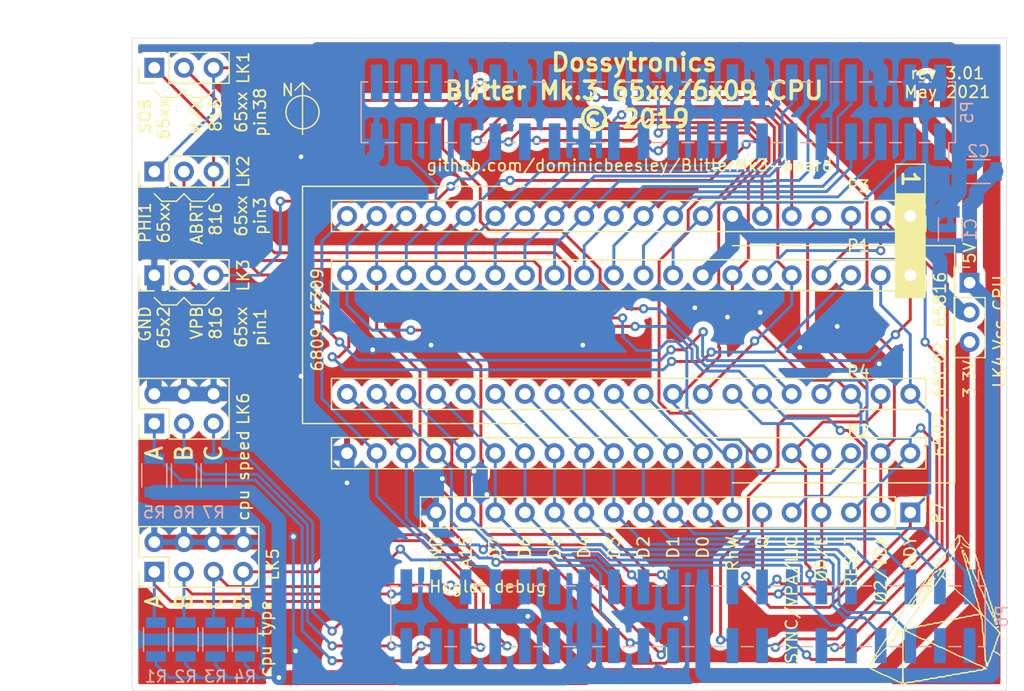
<source format=kicad_pcb>
(kicad_pcb (version 20171130) (host pcbnew "(5.1.6)-1")
  (title_block (title "mk.3 Blitter 65xx/6x09 cpu expander") (date 2021-05-10) (rev 3.01) (company Dossytronics))
  (layers (0 F.Cu signal) (31 B.Cu signal) (34 B.Paste user) (35 F.Paste user) (36 B.SilkS user) (37 F.SilkS user) (38 B.Mask user) (39 F.Mask user) (44 Edge.Cuts user))
  (net 0 "")
  (net 1 VCC_CPU)
  (net 2 GND)
  (net 3 /PORTD6)
  (net 4 /cpu_~so~6mx)
  (net 5 /PORTB1)
  (net 6 /cpu_phi16abrt)
  (net 7 /PORTD5)
  (net 8 /cpu_css6~vp)
  (net 9 +3V3)
  (net 10 +5V)
  (net 11 /PORTG11)
  (net 12 /PORTG10)
  (net 13 /PORTG9)
  (net 14 /PORTF3)
  (net 15 /PORTF2)
  (net 16 /PORTF1)
  (net 17 /PORTF0)
  (net 18 /PORTE3)
  (net 19 /PORTE2)
  (net 20 /PORTE1)
  (net 21 /PORTE0)
  (net 22 /PORTC7)
  (net 23 /PORTC6)
  (net 24 /PORTC5)
  (net 25 /PORTC4)
  (net 26 /PORTC3)
  (net 27 /PORTC2)
  (net 28 /PORTC1)
  (net 29 /PORTC0)
  (net 30 /PORTD4)
  (net 31 /PORTB5)
  (net 32 /PORTD7)
  (net 33 /PORTB4)
  (net 34 /PORTB3)
  (net 35 /PORTE4)
  (net 36 /PORTD2)
  (net 37 /PORTB7)
  (net 38 "Net-(P5-Pad40)")
  (net 39 "Net-(P5-Pad38)")
  (net 40 "Net-(P5-Pad36)")
  (net 41 "Net-(P5-Pad35)")
  (net 42 "Net-(P5-Pad28)")
  (net 43 "Net-(P5-Pad27)")
  (net 44 /PORTD3)
  (net 45 "Net-(P5-Pad24)")
  (net 46 /PORTD1)
  (net 47 /PORTD0)
  (net 48 "Net-(P5-Pad19)")
  (net 49 "Net-(P5-Pad18)")
  (net 50 "Net-(P5-Pad17)")
  (net 51 "Net-(P5-Pad16)")
  (net 52 "Net-(P5-Pad1)")
  (net 53 "Net-(P6-Pad32)")
  (net 54 "Net-(P6-Pad31)")
  (net 55 "Net-(P6-Pad30)")
  (net 56 "Net-(P6-Pad29)")
  (net 57 /PORTE6)
  (net 58 /PORTE7)
  (net 59 /PORTE5)
  (net 60 /PORTB6)
  (net 61 /PORTB2)
  (net 62 /PORTB0)
  (net 63 "Net-(P6-Pad4)")
  (net 64 "Net-(P6-Pad2)")
  (net 65 /PORTA7)
  (net 66 /PORTA6)
  (net 67 /PORTA5)
  (net 68 /PORTA4)
  (net 69 /PORTA3)
  (net 70 /PORTA2)
  (net 71 /PORTA1)
  (net 72 /PORTA0)
  (module mk3blit:Pin_Header_Straight_1x20_Pitch2.54mm_21_40 (layer F.Cu) (at 154.94 63.5 270)
    (fp_text reference P2 (at -1.905 4.445) (layer F.SilkS))
    (fp_text value cpu_right_01x20)
    (pad 21 thru_hole oval (at 0 48.26 270) (size 1.7 1.7) (drill 1) (layers *.Cu *.Mask) (net 2 GND))
    (pad 22 thru_hole oval (at 0 45.72 270) (size 1.7 1.7) (drill 1) (layers *.Cu *.Mask) (net 35 /PORTE4))
    (pad 23 thru_hole oval (at 0 43.18 270) (size 1.7 1.7) (drill 1) (layers *.Cu *.Mask) (net 59 /PORTE5))
    (pad 24 thru_hole oval (at 0 40.64 270) (size 1.7 1.7) (drill 1) (layers *.Cu *.Mask) (net 57 /PORTE6))
    (pad 25 thru_hole oval (at 0 38.1 270) (size 1.7 1.7) (drill 1) (layers *.Cu *.Mask) (net 58 /PORTE7))
    (pad 26 thru_hole oval (at 0 35.56 270) (size 1.7 1.7) (drill 1) (layers *.Cu *.Mask) (net 65 /PORTA7))
    (pad 27 thru_hole oval (at 0 33.02 270) (size 1.7 1.7) (drill 1) (layers *.Cu *.Mask) (net 66 /PORTA6))
    (pad 28 thru_hole oval (at 0 30.48 270) (size 1.7 1.7) (drill 1) (layers *.Cu *.Mask) (net 67 /PORTA5))
    (pad 29 thru_hole oval (at 0 27.94 270) (size 1.7 1.7) (drill 1) (layers *.Cu *.Mask) (net 68 /PORTA4))
    (pad 30 thru_hole oval (at 0 25.4 270) (size 1.7 1.7) (drill 1) (layers *.Cu *.Mask) (net 69 /PORTA3))
    (pad 31 thru_hole oval (at 0 22.86 270) (size 1.7 1.7) (drill 1) (layers *.Cu *.Mask) (net 70 /PORTA2))
    (pad 32 thru_hole oval (at 0 20.32 270) (size 1.7 1.7) (drill 1) (layers *.Cu *.Mask) (net 71 /PORTA1))
    (pad 33 thru_hole oval (at 0 17.78 270) (size 1.7 1.7) (drill 1) (layers *.Cu *.Mask) (net 72 /PORTA0))
    (pad 34 thru_hole oval (at 0 15.24 270) (size 1.7 1.7) (drill 1) (layers *.Cu *.Mask) (net 46 /PORTD1))
    (pad 35 thru_hole oval (at 0 12.7 270) (size 1.7 1.7) (drill 1) (layers *.Cu *.Mask) (net 47 /PORTD0))
    (pad 37 thru_hole oval (at 0 7.62 270) (size 1.7 1.7) (drill 1) (layers *.Cu *.Mask) (net 61 /PORTB2))
    (pad 38 thru_hole oval (at 0 5.08 270) (size 1.7 1.7) (drill 1) (layers *.Cu *.Mask) (net 4 /cpu_~so~6mx))
    (pad 39 thru_hole oval (at 0 2.54 270) (size 1.7 1.7) (drill 1) (layers *.Cu *.Mask) (net 44 /PORTD3))
    (pad 40 thru_hole circle (at 0 0 270) (size 1.7 1.7) (drill 1) (layers *.Cu *.Mask) (net 60 /PORTB6))
    (pad 36 thru_hole oval (at 0 10.16 270) (size 1.7 1.7) (drill 1) (layers *.Cu *.Mask) (net 62 /PORTB0))
  )
  (module mk3blit:Pin_Header_Straight_1x20_Pitch2.54mm_21_40 (layer F.Cu) (at 154.94 58.42 270)
    (fp_text reference P4 (at -1.905 4.445) (layer F.SilkS))
    (fp_text value cpu_right_01x20)
    (pad 21 thru_hole oval (at 0 48.26 270) (size 1.7 1.7) (drill 1) (layers *.Cu *.Mask) (net 59 /PORTE5))
    (pad 22 thru_hole oval (at 0 45.72 270) (size 1.7 1.7) (drill 1) (layers *.Cu *.Mask) (net 57 /PORTE6))
    (pad 23 thru_hole oval (at 0 43.18 270) (size 1.7 1.7) (drill 1) (layers *.Cu *.Mask) (net 58 /PORTE7))
    (pad 24 thru_hole oval (at 0 40.64 270) (size 1.7 1.7) (drill 1) (layers *.Cu *.Mask) (net 65 /PORTA7))
    (pad 25 thru_hole oval (at 0 38.1 270) (size 1.7 1.7) (drill 1) (layers *.Cu *.Mask) (net 66 /PORTA6))
    (pad 26 thru_hole oval (at 0 35.56 270) (size 1.7 1.7) (drill 1) (layers *.Cu *.Mask) (net 67 /PORTA5))
    (pad 27 thru_hole oval (at 0 33.02 270) (size 1.7 1.7) (drill 1) (layers *.Cu *.Mask) (net 68 /PORTA4))
    (pad 28 thru_hole oval (at 0 30.48 270) (size 1.7 1.7) (drill 1) (layers *.Cu *.Mask) (net 69 /PORTA3))
    (pad 29 thru_hole oval (at 0 27.94 270) (size 1.7 1.7) (drill 1) (layers *.Cu *.Mask) (net 70 /PORTA2))
    (pad 30 thru_hole oval (at 0 25.4 270) (size 1.7 1.7) (drill 1) (layers *.Cu *.Mask) (net 71 /PORTA1))
    (pad 31 thru_hole oval (at 0 22.86 270) (size 1.7 1.7) (drill 1) (layers *.Cu *.Mask) (net 72 /PORTA0))
    (pad 32 thru_hole oval (at 0 20.32 270) (size 1.7 1.7) (drill 1) (layers *.Cu *.Mask) (net 46 /PORTD1))
    (pad 33 thru_hole oval (at 0 17.78 270) (size 1.7 1.7) (drill 1) (layers *.Cu *.Mask) (net 32 /PORTD7))
    (pad 34 thru_hole oval (at 0 15.24 270) (size 1.7 1.7) (drill 1) (layers *.Cu *.Mask) (net 61 /PORTB2))
    (pad 35 thru_hole oval (at 0 12.7 270) (size 1.7 1.7) (drill 1) (layers *.Cu *.Mask) (net 5 /PORTB1))
    (pad 37 thru_hole oval (at 0 7.62 270) (size 1.7 1.7) (drill 1) (layers *.Cu *.Mask) (net 60 /PORTB6))
    (pad 38 thru_hole oval (at 0 5.08 270) (size 1.7 1.7) (drill 1) (layers *.Cu *.Mask) (net 30 /PORTD4))
    (pad 39 thru_hole oval (at 0 2.54 270) (size 1.7 1.7) (drill 1) (layers *.Cu *.Mask) (net 62 /PORTB0))
    (pad 40 thru_hole circle (at 0 0 270) (size 1.7 1.7) (drill 1) (layers *.Cu *.Mask) (net 34 /PORTB3))
    (pad 36 thru_hole oval (at 0 10.16 270) (size 1.7 1.7) (drill 1) (layers *.Cu *.Mask) (net 3 /PORTD6))
  )
  (module Connector_PinHeader_2.54mm:PinHeader_1x03_P2.54mm_Vertical (layer F.Cu) (at 90.17 39.37 90)
    (fp_text reference LK2 (at 0 7.62 90) (layer F.SilkS))
    (fp_text value Conn_01x03)
    (pad 3 thru_hole oval (at 0 5.08 90) (size 1.7 1.7) (drill 1) (layers *.Cu *.Mask) (net 5 /PORTB1))
    (pad 2 thru_hole oval (at 0 2.54 90) (size 1.7 1.7) (drill 1) (layers *.Cu *.Mask) (net 6 /cpu_phi16abrt))
    (pad 1 thru_hole rect (at 0 0 90) (size 1.7 1.7) (drill 1) (layers *.Cu *.Mask) (net 3 /PORTD6))
  )
  (module Connector_PinHeader_2.54mm:PinHeader_1x03_P2.54mm_Vertical (layer F.Cu) (at 90.17 48.26 90)
    (fp_text reference LK3 (at 0 7.62 90) (layer F.SilkS))
    (fp_text value Conn_01x03)
    (pad 3 thru_hole oval (at 0 5.08 90) (size 1.7 1.7) (drill 1) (layers *.Cu *.Mask) (net 7 /PORTD5))
    (pad 2 thru_hole oval (at 0 2.54 90) (size 1.7 1.7) (drill 1) (layers *.Cu *.Mask) (net 8 /cpu_css6~vp))
    (pad 1 thru_hole rect (at 0 0 90) (size 1.7 1.7) (drill 1) (layers *.Cu *.Mask) (net 2 GND))
  )
  (module Connector_PinHeader_2.54mm:PinHeader_1x17_P2.54mm_Vertical (layer F.Cu) (at 154.94 68.58 270)
    (fp_text reference P7 (at 0 -2.33 270) (layer F.SilkS))
    (fp_text value Conn_01x17)
    (pad 17 thru_hole oval (at 0 40.64 270) (size 1.7 1.7) (drill 1) (layers *.Cu *.Mask) (net 2 GND))
    (pad 16 thru_hole oval (at 0 38.1 270) (size 1.7 1.7) (drill 1) (layers *.Cu *.Mask) (net 58 /PORTE7))
    (pad 15 thru_hole oval (at 0 35.56 270) (size 1.7 1.7) (drill 1) (layers *.Cu *.Mask) (net 65 /PORTA7))
    (pad 14 thru_hole oval (at 0 33.02 270) (size 1.7 1.7) (drill 1) (layers *.Cu *.Mask) (net 66 /PORTA6))
    (pad 13 thru_hole oval (at 0 30.48 270) (size 1.7 1.7) (drill 1) (layers *.Cu *.Mask) (net 67 /PORTA5))
    (pad 12 thru_hole oval (at 0 27.94 270) (size 1.7 1.7) (drill 1) (layers *.Cu *.Mask) (net 68 /PORTA4))
    (pad 11 thru_hole oval (at 0 25.4 270) (size 1.7 1.7) (drill 1) (layers *.Cu *.Mask) (net 69 /PORTA3))
    (pad 10 thru_hole oval (at 0 22.86 270) (size 1.7 1.7) (drill 1) (layers *.Cu *.Mask) (net 70 /PORTA2))
    (pad 9 thru_hole oval (at 0 20.32 270) (size 1.7 1.7) (drill 1) (layers *.Cu *.Mask) (net 71 /PORTA1))
    (pad 8 thru_hole oval (at 0 17.78 270) (size 1.7 1.7) (drill 1) (layers *.Cu *.Mask) (net 72 /PORTA0))
    (pad 7 thru_hole oval (at 0 15.24 270) (size 1.7 1.7) (drill 1) (layers *.Cu *.Mask) (net 46 /PORTD1))
    (pad 6 thru_hole oval (at 0 12.7 270) (size 1.7 1.7) (drill 1) (layers *.Cu *.Mask) (net 5 /PORTB1))
    (pad 5 thru_hole oval (at 0 10.16 270) (size 1.7 1.7) (drill 1) (layers *.Cu *.Mask) (net 30 /PORTD4))
    (pad 4 thru_hole oval (at 0 7.62 270) (size 1.7 1.7) (drill 1) (layers *.Cu *.Mask) (net 61 /PORTB2))
    (pad 3 thru_hole oval (at 0 5.08 270) (size 1.7 1.7) (drill 1) (layers *.Cu *.Mask) (net 60 /PORTB6))
    (pad 2 thru_hole oval (at 0 2.54 270) (size 1.7 1.7) (drill 1) (layers *.Cu *.Mask) (net 44 /PORTD3))
    (pad 1 thru_hole rect (at 0 0 270) (size 1.7 1.7) (drill 1) (layers *.Cu *.Mask) (net 34 /PORTB3))
  )
  (module Resistors_SMD:R_1206 (layer B.Cu) (at 90.315 79.46 90)
    (fp_text reference R1 (at -3.175 0 180) (layer B.SilkS) (effects (justify mirror)))
    (fp_text value 4k7)
    (pad 1 smd rect (at -1.45 0 90) (size 0.9 1.7) (layers B.Cu B.Paste B.Mask) (net 9 +3V3))
    (pad 2 smd rect (at 1.45 0 90) (size 0.9 1.7) (layers B.Cu B.Paste B.Mask) (net 17 /PORTF0))
  )
  (module mk3blit:cobra (layer F.Cu) (at 156.845 76.835)
    (fp_text reference G*** hide)
    (fp_text value LOGO hide)
  )
  (module Connector_PinHeader_2.54mm:PinHeader_2x03_P2.54mm_Vertical (layer F.Cu) (at 90.17 60.96 90)
    (fp_text reference LK6 (at 1.27 7.62 90) (layer F.SilkS))
    (fp_text value Conn_02x03_Odd_Even)
    (pad 6 thru_hole oval (at 2.54 5.08 90) (size 1.7 1.7) (drill 1) (layers *.Cu *.Mask) (net 2 GND))
    (pad 5 thru_hole oval (at 0 5.08 90) (size 1.7 1.7) (drill 1) (layers *.Cu *.Mask) (net 11 /PORTG11))
    (pad 4 thru_hole oval (at 2.54 2.54 90) (size 1.7 1.7) (drill 1) (layers *.Cu *.Mask) (net 2 GND))
    (pad 3 thru_hole oval (at 0 2.54 90) (size 1.7 1.7) (drill 1) (layers *.Cu *.Mask) (net 12 /PORTG10))
    (pad 2 thru_hole oval (at 2.54 0 90) (size 1.7 1.7) (drill 1) (layers *.Cu *.Mask) (net 2 GND))
    (pad 1 thru_hole rect (at 0 0 90) (size 1.7 1.7) (drill 1) (layers *.Cu *.Mask) (net 13 /PORTG9))
  )
  (module Connector_PinHeader_2.54mm:PinHeader_2x04_P2.54mm_Vertical (layer F.Cu) (at 90.17 73.66 90)
    (fp_text reference LK5 (at 0.635 10.16 90) (layer F.SilkS))
    (fp_text value Conn_02x04_Odd_Even)
    (pad 8 thru_hole oval (at 2.54 7.62 90) (size 1.7 1.7) (drill 1) (layers *.Cu *.Mask) (net 2 GND))
    (pad 7 thru_hole oval (at 0 7.62 90) (size 1.7 1.7) (drill 1) (layers *.Cu *.Mask) (net 14 /PORTF3))
    (pad 6 thru_hole oval (at 2.54 5.08 90) (size 1.7 1.7) (drill 1) (layers *.Cu *.Mask) (net 2 GND))
    (pad 5 thru_hole oval (at 0 5.08 90) (size 1.7 1.7) (drill 1) (layers *.Cu *.Mask) (net 15 /PORTF2))
    (pad 4 thru_hole oval (at 2.54 2.54 90) (size 1.7 1.7) (drill 1) (layers *.Cu *.Mask) (net 2 GND))
    (pad 3 thru_hole oval (at 0 2.54 90) (size 1.7 1.7) (drill 1) (layers *.Cu *.Mask) (net 16 /PORTF1))
    (pad 2 thru_hole oval (at 2.54 0 90) (size 1.7 1.7) (drill 1) (layers *.Cu *.Mask) (net 2 GND))
    (pad 1 thru_hole rect (at 0 0 90) (size 1.7 1.7) (drill 1) (layers *.Cu *.Mask) (net 17 /PORTF0))
  )
  (module mk3blit:PinHeader_2x20_P2.54mm_Vertical_SMD-dom (layer B.Cu) (at 133.35 34.29 90)
    (fp_text reference P5 (at 0 26.46 90) (layer B.SilkS) (effects (justify mirror)))
    (fp_text value rpi_gpio_plug)
    (pad 40 smd rect (at 2.525 -24.13 90) (size 3.15 1) (layers B.Cu B.Paste B.Mask) (net 38 "Net-(P5-Pad40)"))
    (pad 39 smd rect (at -2.525 -24.13 90) (size 3.15 1) (layers B.Cu B.Paste B.Mask) (net 2 GND))
    (pad 38 smd rect (at 2.525 -21.59 90) (size 3.15 1) (layers B.Cu B.Paste B.Mask) (net 39 "Net-(P5-Pad38)"))
    (pad 37 smd rect (at -2.525 -21.59 90) (size 3.15 1) (layers B.Cu B.Paste B.Mask) (net 20 /PORTE1))
    (pad 36 smd rect (at 2.525 -19.05 90) (size 3.15 1) (layers B.Cu B.Paste B.Mask) (net 40 "Net-(P5-Pad36)"))
    (pad 35 smd rect (at -2.525 -19.05 90) (size 3.15 1) (layers B.Cu B.Paste B.Mask) (net 41 "Net-(P5-Pad35)"))
    (pad 34 smd rect (at 2.525 -16.51 90) (size 3.15 1) (layers B.Cu B.Paste B.Mask) (net 2 GND))
    (pad 33 smd rect (at -2.525 -16.51 90) (size 3.15 1) (layers B.Cu B.Paste B.Mask) (net 32 /PORTD7))
    (pad 32 smd rect (at 2.525 -13.97 90) (size 3.15 1) (layers B.Cu B.Paste B.Mask) (net 3 /PORTD6))
    (pad 31 smd rect (at -2.525 -13.97 90) (size 3.15 1) (layers B.Cu B.Paste B.Mask) (net 7 /PORTD5))
    (pad 30 smd rect (at 2.525 -11.43 90) (size 3.15 1) (layers B.Cu B.Paste B.Mask) (net 2 GND))
    (pad 29 smd rect (at -2.525 -11.43 90) (size 3.15 1) (layers B.Cu B.Paste B.Mask) (net 30 /PORTD4))
    (pad 28 smd rect (at 2.525 -8.89 90) (size 3.15 1) (layers B.Cu B.Paste B.Mask) (net 42 "Net-(P5-Pad28)"))
    (pad 27 smd rect (at -2.525 -8.89 90) (size 3.15 1) (layers B.Cu B.Paste B.Mask) (net 43 "Net-(P5-Pad27)"))
    (pad 26 smd rect (at 2.525 -6.35 90) (size 3.15 1) (layers B.Cu B.Paste B.Mask) (net 44 /PORTD3))
    (pad 25 smd rect (at -2.525 -6.35 90) (size 3.15 1) (layers B.Cu B.Paste B.Mask) (net 2 GND))
    (pad 24 smd rect (at 2.525 -3.81 90) (size 3.15 1) (layers B.Cu B.Paste B.Mask) (net 45 "Net-(P5-Pad24)"))
    (pad 23 smd rect (at -2.525 -3.81 90) (size 3.15 1) (layers B.Cu B.Paste B.Mask) (net 36 /PORTD2))
    (pad 22 smd rect (at 2.525 -1.27 90) (size 3.15 1) (layers B.Cu B.Paste B.Mask) (net 46 /PORTD1))
    (pad 21 smd rect (at -2.525 -1.27 90) (size 3.15 1) (layers B.Cu B.Paste B.Mask) (net 47 /PORTD0))
    (pad 20 smd rect (at 2.525 1.27 90) (size 3.15 1) (layers B.Cu B.Paste B.Mask) (net 2 GND))
    (pad 19 smd rect (at -2.525 1.27 90) (size 3.15 1) (layers B.Cu B.Paste B.Mask) (net 48 "Net-(P5-Pad19)"))
    (pad 18 smd rect (at 2.525 3.81 90) (size 3.15 1) (layers B.Cu B.Paste B.Mask) (net 49 "Net-(P5-Pad18)"))
    (pad 17 smd rect (at -2.525 3.81 90) (size 3.15 1) (layers B.Cu B.Paste B.Mask) (net 50 "Net-(P5-Pad17)"))
    (pad 16 smd rect (at 2.525 6.35 90) (size 3.15 1) (layers B.Cu B.Paste B.Mask) (net 51 "Net-(P5-Pad16)"))
    (pad 15 smd rect (at -2.525 6.35 90) (size 3.15 1) (layers B.Cu B.Paste B.Mask) (net 22 /PORTC7))
    (pad 14 smd rect (at 2.525 8.89 90) (size 3.15 1) (layers B.Cu B.Paste B.Mask) (net 2 GND))
    (pad 13 smd rect (at -2.525 8.89 90) (size 3.15 1) (layers B.Cu B.Paste B.Mask) (net 21 /PORTE0))
    (pad 12 smd rect (at 2.525 11.43 90) (size 3.15 1) (layers B.Cu B.Paste B.Mask) (net 23 /PORTC6))
    (pad 11 smd rect (at -2.525 11.43 90) (size 3.15 1) (layers B.Cu B.Paste B.Mask) (net 24 /PORTC5))
    (pad 10 smd rect (at 2.525 13.97 90) (size 3.15 1) (layers B.Cu B.Paste B.Mask) (net 25 /PORTC4))
    (pad 9 smd rect (at -2.525 13.97 90) (size 3.15 1) (layers B.Cu B.Paste B.Mask) (net 2 GND))
    (pad 8 smd rect (at 2.525 16.51 90) (size 3.15 1) (layers B.Cu B.Paste B.Mask) (net 26 /PORTC3))
    (pad 7 smd rect (at -2.525 16.51 90) (size 3.15 1) (layers B.Cu B.Paste B.Mask) (net 27 /PORTC2))
    (pad 6 smd rect (at 2.525 19.05 90) (size 3.15 1) (layers B.Cu B.Paste B.Mask) (net 2 GND))
    (pad 5 smd rect (at -2.525 19.05 90) (size 3.15 1) (layers B.Cu B.Paste B.Mask) (net 28 /PORTC1))
    (pad 4 smd rect (at 2.525 21.59 90) (size 3.15 1) (layers B.Cu B.Paste B.Mask) (net 10 +5V))
    (pad 3 smd rect (at -2.525 21.59 90) (size 3.15 1) (layers B.Cu B.Paste B.Mask) (net 29 /PORTC0))
    (pad 2 smd rect (at 2.525 24.13 90) (size 3.15 1) (layers B.Cu B.Paste B.Mask) (net 10 +5V))
    (pad 1 smd rect (at -2.525 24.13 90) (size 3.15 1) (layers B.Cu B.Paste B.Mask) (net 52 "Net-(P5-Pad1)"))
  )
  (module mk3blit:PinSocket_2x20_P2.54mm_Vertical_SMD-dom (layer B.Cu) (at 135.89 77.47 90)
    (fp_text reference P6 (at 0 26.9 90) (layer B.SilkS) (effects (justify mirror)))
    (fp_text value MK3J52PLUG)
    (pad 40 smd rect (at -2.52 -24.13 90) (size 3 1) (layers B.Cu B.Paste B.Mask) (net 12 /PORTG10))
    (pad 39 smd rect (at 2.52 -24.13 90) (size 3 1) (layers B.Cu B.Paste B.Mask) (net 11 /PORTG11))
    (pad 38 smd rect (at -2.52 -21.59 90) (size 3 1) (layers B.Cu B.Paste B.Mask) (net 13 /PORTG9))
    (pad 37 smd rect (at 2.52 -21.59 90) (size 3 1) (layers B.Cu B.Paste B.Mask) (net 9 +3V3))
    (pad 36 smd rect (at -2.52 -19.05 90) (size 3 1) (layers B.Cu B.Paste B.Mask) (net 15 /PORTF2))
    (pad 35 smd rect (at 2.52 -19.05 90) (size 3 1) (layers B.Cu B.Paste B.Mask) (net 17 /PORTF0))
    (pad 34 smd rect (at -2.52 -16.51 90) (size 3 1) (layers B.Cu B.Paste B.Mask) (net 14 /PORTF3))
    (pad 33 smd rect (at 2.52 -16.51 90) (size 3 1) (layers B.Cu B.Paste B.Mask) (net 16 /PORTF1))
    (pad 32 smd rect (at -2.52 -13.97 90) (size 3 1) (layers B.Cu B.Paste B.Mask) (net 53 "Net-(P6-Pad32)"))
    (pad 31 smd rect (at 2.52 -13.97 90) (size 3 1) (layers B.Cu B.Paste B.Mask) (net 54 "Net-(P6-Pad31)"))
    (pad 30 smd rect (at -2.52 -11.43 90) (size 3 1) (layers B.Cu B.Paste B.Mask) (net 55 "Net-(P6-Pad30)"))
    (pad 29 smd rect (at 2.52 -11.43 90) (size 3 1) (layers B.Cu B.Paste B.Mask) (net 56 "Net-(P6-Pad29)"))
    (pad 28 smd rect (at -2.52 -8.89 90) (size 3 1) (layers B.Cu B.Paste B.Mask) (net 2 GND))
    (pad 27 smd rect (at 2.52 -8.89 90) (size 3 1) (layers B.Cu B.Paste B.Mask) (net 2 GND))
    (pad 26 smd rect (at -2.52 -6.35 90) (size 3 1) (layers B.Cu B.Paste B.Mask) (net 57 /PORTE6))
    (pad 25 smd rect (at 2.52 -6.35 90) (size 3 1) (layers B.Cu B.Paste B.Mask) (net 58 /PORTE7))
    (pad 24 smd rect (at -2.52 -3.81 90) (size 3 1) (layers B.Cu B.Paste B.Mask) (net 35 /PORTE4))
    (pad 23 smd rect (at 2.52 -3.81 90) (size 3 1) (layers B.Cu B.Paste B.Mask) (net 59 /PORTE5))
    (pad 22 smd rect (at -2.52 -1.27 90) (size 3 1) (layers B.Cu B.Paste B.Mask) (net 19 /PORTE2))
    (pad 21 smd rect (at 2.52 -1.27 90) (size 3 1) (layers B.Cu B.Paste B.Mask) (net 18 /PORTE3))
    (pad 20 smd rect (at -2.52 1.27 90) (size 3 1) (layers B.Cu B.Paste B.Mask) (net 10 +5V))
    (pad 19 smd rect (at 2.52 1.27 90) (size 3 1) (layers B.Cu B.Paste B.Mask) (net 10 +5V))
    (pad 18 smd rect (at -2.52 3.81 90) (size 3 1) (layers B.Cu B.Paste B.Mask) (net 37 /PORTB7))
    (pad 17 smd rect (at 2.52 3.81 90) (size 3 1) (layers B.Cu B.Paste B.Mask) (net 34 /PORTB3))
    (pad 16 smd rect (at -2.52 6.35 90) (size 3 1) (layers B.Cu B.Paste B.Mask) (net 60 /PORTB6))
    (pad 15 smd rect (at 2.52 6.35 90) (size 3 1) (layers B.Cu B.Paste B.Mask) (net 61 /PORTB2))
    (pad 14 smd rect (at -2.52 8.89 90) (size 3 1) (layers B.Cu B.Paste B.Mask) (net 31 /PORTB5))
    (pad 13 smd rect (at 2.52 8.89 90) (size 3 1) (layers B.Cu B.Paste B.Mask) (net 5 /PORTB1))
    (pad 12 smd rect (at -2.52 11.43 90) (size 3 1) (layers B.Cu B.Paste B.Mask) (net 33 /PORTB4))
    (pad 11 smd rect (at 2.52 11.43 90) (size 3 1) (layers B.Cu B.Paste B.Mask) (net 62 /PORTB0))
    (pad 10 smd rect (at -2.52 13.97 90) (size 3 1) (layers B.Cu B.Paste B.Mask) (net 65 /PORTA7))
    (pad 9 smd rect (at 2.52 13.97 90) (size 3 1) (layers B.Cu B.Paste B.Mask) (net 68 /PORTA4))
    (pad 8 smd rect (at -2.52 16.51 90) (size 3 1) (layers B.Cu B.Paste B.Mask) (net 66 /PORTA6))
    (pad 7 smd rect (at 2.52 16.51 90) (size 3 1) (layers B.Cu B.Paste B.Mask) (net 69 /PORTA3))
    (pad 6 smd rect (at -2.52 19.05 90) (size 3 1) (layers B.Cu B.Paste B.Mask) (net 67 /PORTA5))
    (pad 5 smd rect (at 2.52 19.05 90) (size 3 1) (layers B.Cu B.Paste B.Mask) (net 70 /PORTA2))
    (pad 4 smd rect (at -2.52 21.59 90) (size 3 1) (layers B.Cu B.Paste B.Mask) (net 63 "Net-(P6-Pad4)"))
    (pad 3 smd rect (at 2.52 21.59 90) (size 3 1) (layers B.Cu B.Paste B.Mask) (net 71 /PORTA1))
    (pad 2 smd rect (at -2.52 24.13 90) (size 3 1) (layers B.Cu B.Paste B.Mask) (net 64 "Net-(P6-Pad2)"))
    (pad 1 smd rect (at 2.52 24.13 90) (size 3 1) (layers B.Cu B.Paste B.Mask) (net 72 /PORTA0))
  )
  (module Resistors_SMD:R_1206 (layer B.Cu) (at 95.25 65.405 90)
    (fp_text reference R7 (at -3.175 0 180) (layer B.SilkS) (effects (justify mirror)))
    (fp_text value 4k7)
    (pad 1 smd rect (at -1.45 0 90) (size 0.9 1.7) (layers B.Cu B.Paste B.Mask) (net 9 +3V3))
    (pad 2 smd rect (at 1.45 0 90) (size 0.9 1.7) (layers B.Cu B.Paste B.Mask) (net 11 /PORTG11))
  )
  (module Resistors_SMD:R_1206 (layer B.Cu) (at 92.71 65.405 90)
    (fp_text reference R6 (at -3.175 0 180) (layer B.SilkS) (effects (justify mirror)))
    (fp_text value 4k7)
    (pad 1 smd rect (at -1.45 0 90) (size 0.9 1.7) (layers B.Cu B.Paste B.Mask) (net 9 +3V3))
    (pad 2 smd rect (at 1.45 0 90) (size 0.9 1.7) (layers B.Cu B.Paste B.Mask) (net 12 /PORTG10))
  )
  (module Resistors_SMD:R_1206 (layer B.Cu) (at 90.17 65.405 90)
    (fp_text reference R5 (at -3.175 0 180) (layer B.SilkS) (effects (justify mirror)))
    (fp_text value 4k7)
    (pad 2 smd rect (at 1.45 0 90) (size 0.9 1.7) (layers B.Cu B.Paste B.Mask) (net 13 /PORTG9))
    (pad 1 smd rect (at -1.45 0 90) (size 0.9 1.7) (layers B.Cu B.Paste B.Mask) (net 9 +3V3))
  )
  (module Resistors_SMD:R_1206 (layer B.Cu) (at 97.935 79.46 90)
    (fp_text reference R4 (at -3.175 0 180) (layer B.SilkS) (effects (justify mirror)))
    (fp_text value 4k7)
    (pad 1 smd rect (at -1.45 0 90) (size 0.9 1.7) (layers B.Cu B.Paste B.Mask) (net 9 +3V3))
    (pad 2 smd rect (at 1.45 0 90) (size 0.9 1.7) (layers B.Cu B.Paste B.Mask) (net 14 /PORTF3))
  )
  (module Resistors_SMD:R_1206 (layer B.Cu) (at 95.395 79.46 90)
    (fp_text reference R3 (at -3.175 0 180) (layer B.SilkS) (effects (justify mirror)))
    (fp_text value 4k7)
    (pad 1 smd rect (at -1.45 0 90) (size 0.9 1.7) (layers B.Cu B.Paste B.Mask) (net 9 +3V3))
    (pad 2 smd rect (at 1.45 0 90) (size 0.9 1.7) (layers B.Cu B.Paste B.Mask) (net 15 /PORTF2))
  )
  (module Resistors_SMD:R_1206 (layer B.Cu) (at 92.855 79.46 90)
    (fp_text reference R2 (at -3.175 0 180) (layer B.SilkS) (effects (justify mirror)))
    (fp_text value 4k7)
    (pad 1 smd rect (at -1.45 0 90) (size 0.9 1.7) (layers B.Cu B.Paste B.Mask) (net 9 +3V3))
    (pad 2 smd rect (at 1.45 0 90) (size 0.9 1.7) (layers B.Cu B.Paste B.Mask) (net 16 /PORTF1))
  )
  (module Connector_PinSocket_2.54mm:PinSocket_1x20_P2.54mm_Vertical (layer F.Cu) (at 154.94 43.18 270)
    (fp_text reference P3 (at -2.54 4.445) (layer F.SilkS))
    (fp_text value cpu_pins_left)
    (pad 20 thru_hole oval (at 0 48.26 270) (size 1.7 1.7) (drill 1) (layers *.Cu *.Mask) (net 35 /PORTE4))
    (pad 19 thru_hole oval (at 0 45.72 270) (size 1.7 1.7) (drill 1) (layers *.Cu *.Mask) (net 18 /PORTE3))
    (pad 18 thru_hole oval (at 0 43.18 270) (size 1.7 1.7) (drill 1) (layers *.Cu *.Mask) (net 19 /PORTE2))
    (pad 17 thru_hole oval (at 0 40.64 270) (size 1.7 1.7) (drill 1) (layers *.Cu *.Mask) (net 20 /PORTE1))
    (pad 16 thru_hole oval (at 0 38.1 270) (size 1.7 1.7) (drill 1) (layers *.Cu *.Mask) (net 21 /PORTE0))
    (pad 15 thru_hole oval (at 0 35.56 270) (size 1.7 1.7) (drill 1) (layers *.Cu *.Mask) (net 22 /PORTC7))
    (pad 14 thru_hole oval (at 0 33.02 270) (size 1.7 1.7) (drill 1) (layers *.Cu *.Mask) (net 23 /PORTC6))
    (pad 13 thru_hole oval (at 0 30.48 270) (size 1.7 1.7) (drill 1) (layers *.Cu *.Mask) (net 24 /PORTC5))
    (pad 12 thru_hole oval (at 0 27.94 270) (size 1.7 1.7) (drill 1) (layers *.Cu *.Mask) (net 25 /PORTC4))
    (pad 11 thru_hole oval (at 0 25.4 270) (size 1.7 1.7) (drill 1) (layers *.Cu *.Mask) (net 26 /PORTC3))
    (pad 10 thru_hole oval (at 0 22.86 270) (size 1.7 1.7) (drill 1) (layers *.Cu *.Mask) (net 27 /PORTC2))
    (pad 9 thru_hole oval (at 0 20.32 270) (size 1.7 1.7) (drill 1) (layers *.Cu *.Mask) (net 28 /PORTC1))
    (pad 8 thru_hole oval (at 0 17.78 270) (size 1.7 1.7) (drill 1) (layers *.Cu *.Mask) (net 29 /PORTC0))
    (pad 7 thru_hole oval (at 0 15.24 270) (size 1.7 1.7) (drill 1) (layers *.Cu *.Mask) (net 1 VCC_CPU))
    (pad 6 thru_hole oval (at 0 12.7 270) (size 1.7 1.7) (drill 1) (layers *.Cu *.Mask) (net 7 /PORTD5))
    (pad 5 thru_hole oval (at 0 10.16 270) (size 1.7 1.7) (drill 1) (layers *.Cu *.Mask) (net 36 /PORTD2))
    (pad 4 thru_hole oval (at 0 7.62 270) (size 1.7 1.7) (drill 1) (layers *.Cu *.Mask) (net 37 /PORTB7))
    (pad 3 thru_hole oval (at 0 5.08 270) (size 1.7 1.7) (drill 1) (layers *.Cu *.Mask) (net 33 /PORTB4))
    (pad 2 thru_hole oval (at 0 2.54 270) (size 1.7 1.7) (drill 1) (layers *.Cu *.Mask) (net 31 /PORTB5))
    (pad 1 thru_hole rect (at 0 0 270) (size 1.7 1.7) (drill 1) (layers *.Cu *.Mask) (net 2 GND))
  )
  (module Connector_PinSocket_2.54mm:PinSocket_1x20_P2.54mm_Vertical (layer F.Cu) (at 154.94 48.26 270)
    (fp_text reference P1 (at -2.54 4.445) (layer F.SilkS))
    (fp_text value cpu_pins_left)
    (pad 20 thru_hole oval (at 0 48.26 270) (size 1.7 1.7) (drill 1) (layers *.Cu *.Mask) (net 18 /PORTE3))
    (pad 19 thru_hole oval (at 0 45.72 270) (size 1.7 1.7) (drill 1) (layers *.Cu *.Mask) (net 19 /PORTE2))
    (pad 18 thru_hole oval (at 0 43.18 270) (size 1.7 1.7) (drill 1) (layers *.Cu *.Mask) (net 20 /PORTE1))
    (pad 17 thru_hole oval (at 0 40.64 270) (size 1.7 1.7) (drill 1) (layers *.Cu *.Mask) (net 21 /PORTE0))
    (pad 16 thru_hole oval (at 0 38.1 270) (size 1.7 1.7) (drill 1) (layers *.Cu *.Mask) (net 22 /PORTC7))
    (pad 15 thru_hole oval (at 0 35.56 270) (size 1.7 1.7) (drill 1) (layers *.Cu *.Mask) (net 23 /PORTC6))
    (pad 14 thru_hole oval (at 0 33.02 270) (size 1.7 1.7) (drill 1) (layers *.Cu *.Mask) (net 24 /PORTC5))
    (pad 13 thru_hole oval (at 0 30.48 270) (size 1.7 1.7) (drill 1) (layers *.Cu *.Mask) (net 25 /PORTC4))
    (pad 12 thru_hole oval (at 0 27.94 270) (size 1.7 1.7) (drill 1) (layers *.Cu *.Mask) (net 26 /PORTC3))
    (pad 11 thru_hole oval (at 0 25.4 270) (size 1.7 1.7) (drill 1) (layers *.Cu *.Mask) (net 27 /PORTC2))
    (pad 10 thru_hole oval (at 0 22.86 270) (size 1.7 1.7) (drill 1) (layers *.Cu *.Mask) (net 28 /PORTC1))
    (pad 9 thru_hole oval (at 0 20.32 270) (size 1.7 1.7) (drill 1) (layers *.Cu *.Mask) (net 29 /PORTC0))
    (pad 8 thru_hole oval (at 0 17.78 270) (size 1.7 1.7) (drill 1) (layers *.Cu *.Mask) (net 1 VCC_CPU))
    (pad 7 thru_hole oval (at 0 15.24 270) (size 1.7 1.7) (drill 1) (layers *.Cu *.Mask) (net 30 /PORTD4))
    (pad 6 thru_hole oval (at 0 12.7 270) (size 1.7 1.7) (drill 1) (layers *.Cu *.Mask) (net 31 /PORTB5))
    (pad 5 thru_hole oval (at 0 10.16 270) (size 1.7 1.7) (drill 1) (layers *.Cu *.Mask) (net 32 /PORTD7))
    (pad 4 thru_hole oval (at 0 7.62 270) (size 1.7 1.7) (drill 1) (layers *.Cu *.Mask) (net 33 /PORTB4))
    (pad 3 thru_hole oval (at 0 5.08 270) (size 1.7 1.7) (drill 1) (layers *.Cu *.Mask) (net 6 /cpu_phi16abrt))
    (pad 2 thru_hole oval (at 0 2.54 270) (size 1.7 1.7) (drill 1) (layers *.Cu *.Mask) (net 34 /PORTB3))
    (pad 1 thru_hole rect (at 0 0 270) (size 1.7 1.7) (drill 1) (layers *.Cu *.Mask) (net 8 /cpu_css6~vp))
  )
  (module Connector_PinHeader_2.54mm:PinHeader_1x03_P2.54mm_Vertical (layer F.Cu) (at 160.02 48.895)
    (fp_text reference LK4 (at 2.54 7.62 90) (layer F.SilkS))
    (fp_text value Conn_01x03)
    (pad 3 thru_hole oval (at 0 5.08) (size 1.7 1.7) (drill 1) (layers *.Cu *.Mask) (net 9 +3V3))
    (pad 2 thru_hole oval (at 0 2.54) (size 1.7 1.7) (drill 1) (layers *.Cu *.Mask) (net 1 VCC_CPU))
    (pad 1 thru_hole rect (at 0 0) (size 1.7 1.7) (drill 1) (layers *.Cu *.Mask) (net 10 +5V))
  )
  (module Connector_PinHeader_2.54mm:PinHeader_1x03_P2.54mm_Vertical (layer F.Cu) (at 90.17 30.48 90)
    (fp_text reference LK1 (at 0 7.62 90) (layer F.SilkS))
    (fp_text value Conn_01x03)
    (pad 3 thru_hole oval (at 0 5.08 90) (size 1.7 1.7) (drill 1) (layers *.Cu *.Mask) (net 3 /PORTD6))
    (pad 2 thru_hole oval (at 0 2.54 90) (size 1.7 1.7) (drill 1) (layers *.Cu *.Mask) (net 4 /cpu_~so~6mx))
    (pad 1 thru_hole rect (at 0 0 90) (size 1.7 1.7) (drill 1) (layers *.Cu *.Mask) (net 5 /PORTB1))
  )
  (module Capacitors_SMD:C_1206 (layer B.Cu) (at 160.782 39.37 180)
    (fp_text reference C2 (at 0 1.75 180) (layer B.SilkS) (effects (justify mirror)))
    (fp_text value 100n)
    (pad 1 smd rect (at -1.5 0 180) (size 1 1.6) (layers B.Cu B.Paste B.Mask) (net 1 VCC_CPU))
    (pad 2 smd rect (at 1.5 0 180) (size 1 1.6) (layers B.Cu B.Paste B.Mask) (net 2 GND))
  )
  (module Capacitors_SMD:C_1206 (layer B.Cu) (at 158.369 44.323 90)
    (fp_text reference C1 (at 0 1.75 90) (layer B.SilkS) (effects (justify mirror)))
    (fp_text value 10u)
    (pad 1 smd rect (at -1.5 0 90) (size 1 1.6) (layers B.Cu B.Paste B.Mask) (net 1 VCC_CPU))
    (pad 2 smd rect (at 1.5 0 90) (size 1 1.6) (layers B.Cu B.Paste B.Mask) (net 2 GND))
  )
  (gr_text github.com/dominicbeesley/BlitterMk3-board (at 130.88 38.84) (layer F.SilkS) (effects (font (size 1 1))))
  (gr_text N (at 101.6 32.385) (layer F.SilkS) (effects (font (size 1 1))))
  (gr_line (start 102.235 32.385) (end 102.87 31.75) (layer F.SilkS) (width 0.12))
  (gr_line (start 103.505 32.385) (end 102.87 31.75) (layer F.SilkS) (width 0.12))
  (gr_line (start 102.87 31.75) (end 103.505 32.385) (layer F.SilkS) (width 0.12))
  (gr_line (start 102.87 36.195) (end 102.87 31.75) (layer F.SilkS) (width 0.12))
  (gr_circle (center 102.87 34.29) (end 104.289903 34.29) (layer F.SilkS) (width 0.12))
  (gr_text "rev 3.01\nMay 2021" (at 158.115 31.75) (layer F.SilkS) (effects (font (size 1 1))))
  (gr_text "Dossytronics\nBlitter Mk.3 65xx/6x09 CPU\n© 2019" (at 131.28 32.44) (layer F.SilkS) (effects (font (size 1.5 1.5) (thickness 0.3))))
  (gr_text "Hoglet debug" (at 118.745 74.93) (layer F.SilkS) (effects (font (size 1 1))))
  (gr_text GND (at 114.3 70.485 90) (layer F.SilkS) (effects (font (size 1 1)) (justify right)))
  (gr_text A15 (at 116.84 70.485 90) (layer F.SilkS) (effects (font (size 1 1)) (justify right)))
  (gr_text D7 (at 119.38 70.485 90) (layer F.SilkS) (effects (font (size 1 1)) (justify right)))
  (gr_text D6 (at 121.92 70.485 90) (layer F.SilkS) (effects (font (size 1 1)) (justify right)))
  (gr_text D5 (at 124.46 70.485 90) (layer F.SilkS) (effects (font (size 1 1)) (justify right)))
  (gr_text D4 (at 127 70.485 90) (layer F.SilkS) (effects (font (size 1 1)) (justify right)))
  (gr_text D3 (at 129.54 70.485 90) (layer F.SilkS) (effects (font (size 1 1)) (justify right)))
  (gr_text D2 (at 132.08 70.485 90) (layer F.SilkS) (effects (font (size 1 1)) (justify right)))
  (gr_text D1 (at 134.62 70.485 90) (layer F.SilkS) (effects (font (size 1 1)) (justify right)))
  (gr_text D0 (at 137.16 70.485 90) (layer F.SilkS) (effects (font (size 1 1)) (justify right)))
  (gr_text RnW (at 139.7 70.485 90) (layer F.SilkS) (effects (font (size 1 1)) (justify right)))
  (gr_text Q (at 142.24 70.485 90) (layer F.SilkS) (effects (font (size 1 1)) (justify right)))
  (gr_text SYNC/VPA/LIC (at 144.78 70.485 90) (layer F.SilkS) (effects (font (size 1 1)) (justify right)))
  (gr_text Ø0/E (at 147.32 70.485 90) (layer F.SilkS) (effects (font (size 1 1)) (justify right)))
  (gr_text RESET (at 149.86 70.485 90) (layer F.SilkS) (effects (font (size 1 1)) (justify right)))
  (gr_text Ø2/VDA (at 152.4 70.485 90) (layer F.SilkS) (effects (font (size 1 1)) (justify right)))
  (gr_text RDY (at 154.94 70.485 90) (layer F.SilkS) (effects (font (size 1 1)) (justify right)))
  (gr_text "M/X\n816" (at 94.615 33.02 90) (layer F.SilkS) (effects (font (size 1 1)) (justify right)))
  (gr_text "SOB\n65xx" (at 90.17 33.02 90) (layer F.SilkS) (effects (font (size 1 1)) (justify right)))
  (gr_line (start 94.615 33.02) (end 95.25 32.385) (layer F.SilkS) (width 0.12))
  (gr_line (start 93.345 33.02) (end 94.615 33.02) (layer F.SilkS) (width 0.12))
  (gr_line (start 92.71 32.385) (end 93.345 33.02) (layer F.SilkS) (width 0.12))
  (gr_line (start 92.075 33.02) (end 92.71 32.385) (layer F.SilkS) (width 0.12))
  (gr_line (start 90.805 33.02) (end 92.075 33.02) (layer F.SilkS) (width 0.12))
  (gr_line (start 90.17 32.385) (end 90.805 33.02) (layer F.SilkS) (width 0.12))
  (gr_text "65xx\npin38" (at 98.425 34.29 90) (layer F.SilkS) (effects (font (size 1 1))))
  (gr_text "ABRT\n816" (at 94.615 41.91 90) (layer F.SilkS) (effects (font (size 1 1)) (justify right)))
  (gr_text "PHI1\n65xx" (at 90.17 41.91 90) (layer F.SilkS) (effects (font (size 1 1)) (justify right)))
  (gr_line (start 94.615 41.91) (end 95.25 41.275) (layer F.SilkS) (width 0.12))
  (gr_line (start 93.345 41.91) (end 94.615 41.91) (layer F.SilkS) (width 0.12))
  (gr_line (start 92.71 41.275) (end 93.345 41.91) (layer F.SilkS) (width 0.12))
  (gr_line (start 90.805 41.91) (end 90.17 41.275) (layer F.SilkS) (width 0.12))
  (gr_line (start 92.075 41.91) (end 90.805 41.91) (layer F.SilkS) (width 0.12))
  (gr_line (start 92.71 41.275) (end 92.075 41.91) (layer F.SilkS) (width 0.12))
  (gr_text "65xx\npin3" (at 98.425 43.18 90) (layer F.SilkS) (effects (font (size 1 1))))
  (gr_line (start 94.615 50.8) (end 95.25 50.165) (layer F.SilkS) (width 0.12))
  (gr_line (start 93.345 50.8) (end 94.615 50.8) (layer F.SilkS) (width 0.12))
  (gr_line (start 92.71 50.165) (end 93.345 50.8) (layer F.SilkS) (width 0.12))
  (gr_line (start 90.805 50.8) (end 90.17 50.165) (layer F.SilkS) (width 0.12))
  (gr_line (start 92.075 50.8) (end 90.805 50.8) (layer F.SilkS) (width 0.12))
  (gr_line (start 92.71 50.165) (end 92.075 50.8) (layer F.SilkS) (width 0.12))
  (gr_text "VPB\n816" (at 94.615 50.8 90) (layer F.SilkS) (effects (font (size 1 1)) (justify right)))
  (gr_text "GND\n65x2" (at 90.17 50.8 90) (layer F.SilkS) (effects (font (size 1 1)) (justify right)))
  (gr_text "65xx\npin1" (at 98.425 52.705 90) (layer F.SilkS) (effects (font (size 1 1))))
  (gr_text C (at 95.25 63.5 90) (layer F.SilkS) (effects (font (size 1.397 1.397) (thickness 0.2286))))
  (gr_text B (at 92.71 63.5 90) (layer F.SilkS) (effects (font (size 1.397 1.397) (thickness 0.2286))))
  (gr_text A (at 90.17 63.5 90) (layer F.SilkS) (effects (font (size 1.397 1.397) (thickness 0.2286))))
  (gr_text "cpu speed\n" (at 97.79 65.405 90) (layer F.SilkS) (effects (font (size 1 1))))
  (gr_text D (at 97.79 76.2 90) (layer F.SilkS) (effects (font (size 1.397 1.397) (thickness 0.2286))))
  (gr_text C (at 95.25 76.2 90) (layer F.SilkS) (effects (font (size 1.397 1.397) (thickness 0.2286))))
  (gr_text B (at 92.71 76.2 90) (layer F.SilkS) (effects (font (size 1.397 1.397) (thickness 0.2286))))
  (gr_text A (at 90.17 76.2 90) (layer F.SilkS) (effects (font (size 1.397 1.397) (thickness 0.2286))))
  (gr_text "cpu type\n" (at 99.695 79.375 90) (layer F.SilkS) (effects (font (size 1 1))))
  (gr_text "6809, 6309" (at 104.14 52.07 90) (layer F.SilkS) (effects (font (size 1 1))))
  (gr_line (start 102.87 40.64) (end 121.92 40.64) (layer F.SilkS) (width 0.12))
  (gr_line (start 102.87 60.96) (end 102.87 40.64) (layer F.SilkS) (width 0.12))
  (gr_line (start 121.92 60.96) (end 102.87 60.96) (layer F.SilkS) (width 0.12))
  (gr_line (start 156.21 38.735) (end 156.21 41.275) (layer F.SilkS) (width 0.12))
  (gr_line (start 153.67 38.735) (end 156.21 38.735) (layer F.SilkS) (width 0.12))
  (gr_line (start 153.67 41.275) (end 153.67 38.735) (layer F.SilkS) (width 0.12))
  (gr_text 1 (at 154.94 40.005 270) (layer F.SilkS) (effects (font (size 1.397 1.397) (thickness 0.254))))
  (gr_text 5V (at 160.02 46.355 90) (layer F.SilkS) (effects (font (size 1 1))))
  (gr_text 3.3V (at 160.02 57.15 90) (layer F.SilkS) (effects (font (size 1 1))))
  (gr_text "Vcc CPU\n" (at 162.56 51.435 90) (layer F.SilkS) (effects (font (size 1 1))))
  (gr_text "6502, 65C02, 65816" (at 157.48 55.88 90) (layer F.SilkS) (effects (font (size 1 1))))
  (gr_line (start 158.75 66.04) (end 139.7 66.04) (layer F.SilkS) (width 0.12))
  (gr_line (start 158.75 45.72) (end 158.75 66.04) (layer F.SilkS) (width 0.12))
  (gr_line (start 139.7 45.72) (end 158.75 45.72) (layer F.SilkS) (width 0.12))
  (gr_poly (pts (xy 153.67 41.275) (xy 156.21 41.275) (xy 156.21 50.165) (xy 153.67 50.165)) (layer F.SilkS) (width 0.1))
  (gr_line (start 88.265 27.94) (end 88.265 83.82) (layer Edge.Cuts) (width 0.05))
  (gr_line (start 163.195 27.94) (end 88.265 27.94) (layer Edge.Cuts) (width 0.05))
  (gr_line (start 163.195 83.82) (end 163.195 27.94) (layer Edge.Cuts) (width 0.05))
  (gr_line (start 88.265 83.82) (end 163.195 83.82) (layer Edge.Cuts) (width 0.05))
  (segment (start 160.601009 41.050991) (end 162.282 39.37) (width 1.27) (layer B.Cu) (net 1))
  (segment (start 160.601009 41.717899) (end 160.601009 41.050991) (width 1.27) (layer B.Cu) (net 1))
  (segment (start 160.02 42.298908) (end 160.601009 41.717899) (width 1.27) (layer B.Cu) (net 1))
  (segment (start 160.02 45.72) (end 160.02 42.298908) (width 1.27) (layer B.Cu) (net 1))
  (segment (start 160.02 45.72) (end 156.21 45.72) (width 1.27) (layer B.Cu) (net 1))
  (segment (start 157.48 46.99) (end 156.21 45.72) (width 1.27) (layer B.Cu) (net 1))
  (segment (start 157.48 49.558002) (end 157.48 46.99) (width 1.27) (layer B.Cu) (net 1))
  (segment (start 160.02 51.435) (end 159.356998 51.435) (width 1.27) (layer B.Cu) (net 1))
  (segment (start 159.356998 51.435) (end 157.48 49.558002) (width 1.27) (layer B.Cu) (net 1))
  (segment (start 139.7 45.72) (end 137.16 48.26) (width 1.27) (layer B.Cu) (net 1))
  (segment (start 139.7 43.18) (end 139.7 45.72) (width 1.27) (layer B.Cu) (net 1))
  (segment (start 141.424995 44.904995) (end 140.549999 44.029999) (width 1.27) (layer B.Cu) (net 1))
  (segment (start 140.549999 44.029999) (end 139.7 43.18) (width 1.27) (layer B.Cu) (net 1))
  (segment (start 155.394995 44.904995) (end 141.424995 44.904995) (width 1.27) (layer B.Cu) (net 1))
  (segment (start 156.21 45.72) (end 155.394995 44.904995) (width 1.27) (layer B.Cu) (net 1))
  (segment (start 127 74.95) (end 127 79.99) (width 1.27) (layer B.Cu) (net 2))
  (segment (start 109.22 37.89) (end 109.22 36.815) (width 1.27) (layer B.Cu) (net 2))
  (segment (start 102.743 44.367) (end 109.22 37.89) (width 1.27) (layer B.Cu) (net 2))
  (segment (start 116.84 30.69) (end 116.84 31.765) (width 1.27) (layer B.Cu) (net 2))
  (segment (start 115.07 28.92) (end 116.84 30.69) (width 1.27) (layer B.Cu) (net 2))
  (segment (start 104.176 28.92) (end 115.07 28.92) (width 1.27) (layer B.Cu) (net 2))
  (segment (start 102.743 30.353) (end 104.176 28.92) (width 1.27) (layer B.Cu) (net 2))
  (segment (start 121.92 30.69) (end 121.92 31.765) (width 1.27) (layer B.Cu) (net 2))
  (segment (start 120.15 28.92) (end 121.92 30.69) (width 1.27) (layer B.Cu) (net 2))
  (segment (start 115.07 28.92) (end 120.15 28.92) (width 1.27) (layer B.Cu) (net 2))
  (segment (start 134.62 30.69) (end 134.62 31.765) (width 1.27) (layer B.Cu) (net 2))
  (segment (start 132.85 28.92) (end 134.62 30.69) (width 1.27) (layer B.Cu) (net 2))
  (segment (start 142.24 30.69) (end 142.24 31.765) (width 1.27) (layer B.Cu) (net 2))
  (segment (start 140.47 28.92) (end 142.24 30.69) (width 1.27) (layer B.Cu) (net 2))
  (segment (start 132.85 28.92) (end 140.47 28.92) (width 1.27) (layer B.Cu) (net 2))
  (segment (start 152.4 30.69) (end 152.4 31.765) (width 1.27) (layer B.Cu) (net 2))
  (segment (start 150.63 28.92) (end 152.4 30.69) (width 1.27) (layer B.Cu) (net 2))
  (segment (start 148.145001 29.273001) (end 147.792 28.92) (width 0.25) (layer B.Cu) (net 2))
  (segment (start 148.145001 36.739999) (end 148.145001 29.273001) (width 0.25) (layer B.Cu) (net 2))
  (segment (start 148.07 36.815) (end 148.145001 36.739999) (width 0.25) (layer B.Cu) (net 2))
  (segment (start 147.32 36.815) (end 148.07 36.815) (width 0.25) (layer B.Cu) (net 2))
  (segment (start 140.47 28.92) (end 147.792 28.92) (width 1.27) (layer B.Cu) (net 2))
  (segment (start 147.792 28.92) (end 150.63 28.92) (width 1.27) (layer B.Cu) (net 2))
  (segment (start 125.893 36.458) (end 125.893 28.92) (width 0.25) (layer B.Cu) (net 2))
  (segment (start 126.25 36.815) (end 125.893 36.458) (width 0.25) (layer B.Cu) (net 2))
  (segment (start 127 36.815) (end 126.25 36.815) (width 0.25) (layer B.Cu) (net 2))
  (segment (start 120.15 28.92) (end 125.893 28.92) (width 1.27) (layer B.Cu) (net 2))
  (segment (start 125.893 28.92) (end 132.85 28.92) (width 1.27) (layer B.Cu) (net 2))
  (segment (start 157.06 43.18) (end 154.94 43.18) (width 1.27) (layer B.Cu) (net 2))
  (segment (start 158.369 41.871) (end 158.921 41.319) (width 1.27) (layer B.Cu) (net 2))
  (segment (start 158.369 42.696) (end 158.369 41.871) (width 1.27) (layer B.Cu) (net 2))
  (segment (start 158.921 41.319) (end 157.06 43.18) (width 1.27) (layer B.Cu) (net 2))
  (segment (start 159.131 41.109) (end 158.921 41.319) (width 1.27) (layer B.Cu) (net 2))
  (segment (start 159.131 29.718) (end 159.131 41.109) (width 1.27) (layer B.Cu) (net 2))
  (segment (start 150.63 28.92) (end 158.333 28.92) (width 1.27) (layer B.Cu) (net 2))
  (segment (start 158.333 28.92) (end 159.131 29.718) (width 1.27) (layer B.Cu) (net 2))
  (segment (start 102.616 55.88) (end 102.743 56.007) (width 0.25) (layer B.Cu) (net 2))
  (segment (start 102.743 56.007) (end 102.743 44.367) (width 1.27) (layer B.Cu) (net 2))
  (segment (start 90.17 71.12) (end 92.71 71.12) (width 1.27) (layer F.Cu) (net 2))
  (segment (start 92.71 71.12) (end 95.25 71.12) (width 1.27) (layer F.Cu) (net 2))
  (segment (start 95.25 71.12) (end 97.79 71.12) (width 1.27) (layer F.Cu) (net 2))
  (segment (start 90.17 58.42) (end 92.71 58.42) (width 1.27) (layer B.Cu) (net 2))
  (segment (start 92.71 58.42) (end 95.25 58.42) (width 1.27) (layer B.Cu) (net 2))
  (segment (start 102.616 58.42) (end 102.743 58.547) (width 1.27) (layer B.Cu) (net 2))
  (segment (start 95.25 58.42) (end 102.616 58.42) (width 1.27) (layer B.Cu) (net 2))
  (segment (start 90.17 48.26) (end 90.17 58.42) (width 1.27) (layer B.Cu) (net 2))
  (segment (start 106.68 66.04) (end 106.68 63.5) (width 1.27) (layer F.Cu) (net 2))
  (segment (start 97.79 71.12) (end 101.6 71.12) (width 1.27) (layer F.Cu) (net 2))
  (segment (start 102.743 62.23) (end 102.743 58.547) (width 1.27) (layer B.Cu) (net 2))
  (segment (start 127 79.99) (end 127 80.99) (width 1.27) (layer B.Cu) (net 2))
  (segment (start 107.529999 79.032195) (end 107.529999 66.889999) (width 1.27) (layer B.Cu) (net 2))
  (segment (start 125.23 82.76) (end 111.257804 82.76) (width 1.27) (layer B.Cu) (net 2))
  (segment (start 127 80.99) (end 125.23 82.76) (width 1.27) (layer B.Cu) (net 2))
  (segment (start 107.529999 66.889999) (end 106.68 66.04) (width 1.27) (layer B.Cu) (net 2))
  (segment (start 111.257804 82.76) (end 107.529999 79.032195) (width 1.27) (layer B.Cu) (net 2))
  (segment (start 106.68 66.04) (end 106.68 63.5) (width 1.27) (layer B.Cu) (net 2))
  (segment (start 106.68 63.5) (end 104.013 63.5) (width 1.27) (layer B.Cu) (net 2))
  (segment (start 104.013 63.5) (end 102.743 62.23) (width 1.27) (layer B.Cu) (net 2))
  (via (at 106.68 66.04) (size 0.8) (drill 0.4) (layers F.Cu B.Cu) (net 2))
  (segment (start 111.76 66.04) (end 114.3 68.58) (width 1.27) (layer F.Cu) (net 2))
  (segment (start 106.68 66.04) (end 111.76 66.04) (width 1.27) (layer F.Cu) (net 2))
  (segment (start 102.743 38.103) (end 102.68 38.04) (width 0.25) (layer B.Cu) (net 2))
  (segment (start 102.743 38.103) (end 102.743 30.353) (width 1.27) (layer B.Cu) (net 2))
  (segment (start 102.743 44.367) (end 102.743 38.103) (width 1.27) (layer B.Cu) (net 2))
  (via (at 102.743 38.103) (size 0.8) (drill 0.4) (layers F.Cu B.Cu) (net 2))
  (segment (start 102.743 56.903) (end 102.68 56.84) (width 0.25) (layer B.Cu) (net 2))
  (segment (start 102.743 56.903) (end 102.743 56.007) (width 1.27) (layer B.Cu) (net 2))
  (segment (start 102.743 58.547) (end 102.743 56.903) (width 1.27) (layer B.Cu) (net 2))
  (via (at 102.743 56.903) (size 0.8) (drill 0.4) (layers F.Cu B.Cu) (net 2))
  (via (at 108.88 54.64) (size 0.8) (drill 0.4) (layers F.Cu B.Cu) (net 2))
  (segment (start 102.743 56.903) (end 106.617 56.903) (width 0.25) (layer F.Cu) (net 2))
  (segment (start 106.617 56.903) (end 108.88 54.64) (width 0.25) (layer F.Cu) (net 2))
  (via (at 113.88 54.24) (size 0.8) (drill 0.4) (layers F.Cu B.Cu) (net 2))
  (segment (start 108.88 54.64) (end 109.28 54.24) (width 0.25) (layer B.Cu) (net 2))
  (segment (start 109.28 54.24) (end 113.88 54.24) (width 0.25) (layer B.Cu) (net 2))
  (segment (start 113.88 54.24) (end 126.88 54.24) (width 0.25) (layer B.Cu) (net 2))
  (via (at 126.88 54.24) (size 0.8) (drill 0.4) (layers F.Cu B.Cu) (net 2))
  (via (at 114.837653 65.682347) (size 0.8) (drill 0.4) (layers F.Cu B.Cu) (net 2))
  (segment (start 114.3 68.58) (end 114.3 66.22) (width 0.25) (layer B.Cu) (net 2))
  (segment (start 114.3 66.22) (end 114.837653 65.682347) (width 0.25) (layer B.Cu) (net 2))
  (segment (start 115.664999 64.855001) (end 115.664999 61.455001) (width 0.25) (layer F.Cu) (net 2))
  (segment (start 114.837653 65.682347) (end 115.664999 64.855001) (width 0.25) (layer F.Cu) (net 2))
  (via (at 118.655 67.04) (size 0.8) (drill 0.4) (layers F.Cu B.Cu) (net 2))
  (segment (start 117.565 65.95) (end 117.565 65.04) (width 0.25) (layer B.Cu) (net 2))
  (segment (start 114.837653 65.682347) (end 116.922653 65.682347) (width 0.25) (layer F.Cu) (net 2))
  (segment (start 118.655 67.04) (end 117.565 65.95) (width 0.25) (layer B.Cu) (net 2))
  (via (at 117.565 65.04) (size 0.8) (drill 0.4) (layers F.Cu B.Cu) (net 2))
  (segment (start 116.922653 65.682347) (end 117.565 65.04) (width 0.25) (layer F.Cu) (net 2))
  (segment (start 102.08 70.64) (end 102.085 70.64) (width 0.25) (layer F.Cu) (net 2))
  (via (at 102.085 70.64) (size 0.8) (drill 0.4) (layers F.Cu B.Cu) (net 2))
  (segment (start 102.08 70.64) (end 106.68 66.04) (width 1.27) (layer F.Cu) (net 2))
  (segment (start 101.6 71.12) (end 102.08 70.64) (width 1.27) (layer F.Cu) (net 2))
  (via (at 102.28 80.44) (size 0.8) (drill 0.4) (layers F.Cu B.Cu) (net 2))
  (segment (start 102.085 70.64) (end 102.085 80.245) (width 0.25) (layer B.Cu) (net 2))
  (segment (start 102.085 80.245) (end 102.28 80.44) (width 0.25) (layer B.Cu) (net 2))
  (segment (start 114.3 69.782081) (end 120.557919 76.04) (width 0.25) (layer F.Cu) (net 2))
  (segment (start 114.3 68.58) (end 114.3 69.782081) (width 0.25) (layer F.Cu) (net 2))
  (segment (start 120.557919 76.04) (end 125.68 76.04) (width 0.25) (layer F.Cu) (net 2))
  (via (at 135.68 77.64) (size 0.8) (drill 0.4) (layers F.Cu B.Cu) (net 2))
  (segment (start 133.952001 81.497001) (end 135.68 79.769002) (width 0.25) (layer F.Cu) (net 2))
  (segment (start 125.68 76.04) (end 131.137001 81.497001) (width 0.25) (layer F.Cu) (net 2))
  (segment (start 135.68 79.769002) (end 135.68 77.64) (width 0.25) (layer F.Cu) (net 2))
  (segment (start 131.137001 81.497001) (end 133.952001 81.497001) (width 0.25) (layer F.Cu) (net 2))
  (segment (start 126.88 54.24) (end 131.08 50.04) (width 0.25) (layer B.Cu) (net 2))
  (via (at 136.48 51.04) (size 0.8) (drill 0.4) (layers F.Cu B.Cu) (net 2))
  (segment (start 131.08 50.04) (end 135.48 50.04) (width 0.25) (layer B.Cu) (net 2))
  (segment (start 135.48 50.04) (end 136.48 51.04) (width 0.25) (layer B.Cu) (net 2))
  (via (at 139.28 51.84) (size 0.8) (drill 0.4) (layers F.Cu B.Cu) (net 2))
  (segment (start 136.48 51.04) (end 137.28 51.84) (width 0.25) (layer B.Cu) (net 2))
  (segment (start 137.28 51.84) (end 139.28 51.84) (width 0.25) (layer B.Cu) (net 2))
  (segment (start 139.28 51.84) (end 141.68 51.84) (width 0.25) (layer B.Cu) (net 2))
  (via (at 142.08 51.44) (size 0.8) (drill 0.4) (layers F.Cu B.Cu) (net 2))
  (segment (start 141.68 51.84) (end 142.08 51.44) (width 0.25) (layer B.Cu) (net 2))
  (via (at 145.48 54.44) (size 0.8) (drill 0.4) (layers F.Cu B.Cu) (net 2))
  (segment (start 142.08 51.44) (end 145.08 54.44) (width 0.25) (layer F.Cu) (net 2))
  (segment (start 145.08 54.44) (end 145.48 54.44) (width 0.25) (layer F.Cu) (net 2))
  (segment (start 145.48 54.44) (end 146.88 54.44) (width 0.25) (layer B.Cu) (net 2))
  (via (at 148.68 52.64) (size 0.8) (drill 0.4) (layers F.Cu B.Cu) (net 2))
  (segment (start 146.88 54.44) (end 148.68 52.64) (width 0.25) (layer B.Cu) (net 2))
  (via (at 152.28 55.84) (size 0.8) (drill 0.4) (layers F.Cu B.Cu) (net 2))
  (segment (start 148.68 52.64) (end 151.88 55.84) (width 0.25) (layer F.Cu) (net 2))
  (segment (start 151.88 55.84) (end 152.28 55.84) (width 0.25) (layer F.Cu) (net 2))
  (segment (start 153.08 55.84) (end 154.28 54.64) (width 0.25) (layer B.Cu) (net 2))
  (segment (start 152.28 55.84) (end 153.08 55.84) (width 0.25) (layer B.Cu) (net 2))
  (via (at 118.11 31.75) (size 0.8) (drill 0.4) (layers F.Cu B.Cu) (net 3))
  (segment (start 119.365 31.75) (end 119.38 31.765) (width 0.25) (layer B.Cu) (net 3))
  (segment (start 118.11 31.75) (end 119.365 31.75) (width 0.25) (layer B.Cu) (net 3))
  (segment (start 116.58 33.28) (end 118.11 31.75) (width 0.25) (layer F.Cu) (net 3))
  (segment (start 104.622 33.28) (end 116.58 33.28) (width 0.25) (layer F.Cu) (net 3))
  (segment (start 95.25 30.48) (end 101.822 30.48) (width 0.25) (layer F.Cu) (net 3))
  (segment (start 101.822 30.48) (end 104.622 33.28) (width 0.25) (layer F.Cu) (net 3))
  (segment (start 95.25 34.29) (end 90.17 39.37) (width 0.25) (layer B.Cu) (net 3))
  (segment (start 95.25 30.48) (end 95.25 34.29) (width 0.25) (layer B.Cu) (net 3))
  (via (at 132.09 51.12) (size 0.8) (drill 0.4) (layers F.Cu B.Cu) (net 3))
  (segment (start 133.382822 51.12) (end 132.09 51.12) (width 0.25) (layer B.Cu) (net 3))
  (segment (start 142.374462 56.014462) (end 137.367284 56.014462) (width 0.25) (layer B.Cu) (net 3))
  (segment (start 137.367284 56.014462) (end 136.695023 55.342201) (width 0.25) (layer B.Cu) (net 3))
  (segment (start 144.78 58.42) (end 142.374462 56.014462) (width 0.25) (layer B.Cu) (net 3))
  (segment (start 136.695023 54.432201) (end 133.382822 51.12) (width 0.25) (layer B.Cu) (net 3))
  (segment (start 136.695023 55.342201) (end 136.695023 54.432201) (width 0.25) (layer B.Cu) (net 3))
  (segment (start 130.684315 51.12) (end 132.09 51.12) (width 0.25) (layer F.Cu) (net 3))
  (segment (start 128.364999 48.800684) (end 130.684315 51.12) (width 0.25) (layer F.Cu) (net 3))
  (segment (start 125.095 44.45) (end 128.364999 47.719999) (width 0.25) (layer F.Cu) (net 3))
  (segment (start 118.910998 44.45) (end 125.095 44.45) (width 0.25) (layer F.Cu) (net 3))
  (segment (start 128.364999 47.719999) (end 128.364999 48.800684) (width 0.25) (layer F.Cu) (net 3))
  (segment (start 118.11 31.75) (end 114.88 34.98) (width 0.25) (layer F.Cu) (net 3))
  (segment (start 114.88 37.41) (end 118.1 40.63) (width 0.25) (layer F.Cu) (net 3))
  (segment (start 118.1 40.63) (end 118.1 43.639002) (width 0.25) (layer F.Cu) (net 3))
  (segment (start 114.88 34.98) (end 114.88 37.41) (width 0.25) (layer F.Cu) (net 3))
  (segment (start 118.1 43.639002) (end 118.910998 44.45) (width 0.25) (layer F.Cu) (net 3))
  (segment (start 92.71 30.48) (end 97.6 35.37) (width 0.25) (layer F.Cu) (net 4))
  (segment (start 97.6 35.37) (end 97.6 43.453589) (width 0.25) (layer F.Cu) (net 4))
  (segment (start 125.758572 50.248572) (end 127.42499 51.91499) (width 0.25) (layer F.Cu) (net 4))
  (segment (start 127.42499 51.91499) (end 130.29 51.91499) (width 0.25) (layer F.Cu) (net 4))
  (segment (start 124.486428 46.326428) (end 125.758572 47.598572) (width 0.25) (layer F.Cu) (net 4))
  (via (at 130.29 51.91499) (size 0.8) (drill 0.4) (layers F.Cu B.Cu) (net 4))
  (segment (start 100.472839 46.326428) (end 124.486428 46.326428) (width 0.25) (layer F.Cu) (net 4))
  (segment (start 97.6 43.453589) (end 100.472839 46.326428) (width 0.25) (layer F.Cu) (net 4))
  (segment (start 125.758572 47.598572) (end 125.758572 50.248572) (width 0.25) (layer F.Cu) (net 4))
  (segment (start 131.509307 54.700002) (end 130.29 53.480695) (width 0.25) (layer B.Cu) (net 4))
  (segment (start 133.318613 54.700002) (end 131.509307 54.700002) (width 0.25) (layer B.Cu) (net 4))
  (segment (start 142.07 65.23) (end 140.97 64.13) (width 0.25) (layer B.Cu) (net 4))
  (segment (start 140.97 64.13) (end 140.97 63.030998) (width 0.25) (layer B.Cu) (net 4))
  (segment (start 149.86 63.5) (end 148.13 65.23) (width 0.25) (layer B.Cu) (net 4))
  (segment (start 140.97 63.030998) (end 140.264001 62.324999) (width 0.25) (layer B.Cu) (net 4))
  (segment (start 134.1034 53.915215) (end 133.318613 54.700002) (width 0.25) (layer B.Cu) (net 4))
  (segment (start 148.13 65.23) (end 142.07 65.23) (width 0.25) (layer B.Cu) (net 4))
  (segment (start 138.524999 62.324999) (end 135.795001 59.595001) (width 0.25) (layer B.Cu) (net 4))
  (segment (start 140.264001 62.324999) (end 138.524999 62.324999) (width 0.25) (layer B.Cu) (net 4))
  (segment (start 130.29 53.480695) (end 130.29 51.91499) (width 0.25) (layer B.Cu) (net 4))
  (segment (start 134.905215 53.915215) (end 134.1034 53.915215) (width 0.25) (layer B.Cu) (net 4))
  (segment (start 135.795001 59.595001) (end 135.795001 54.805001) (width 0.25) (layer B.Cu) (net 4))
  (segment (start 135.795001 54.805001) (end 134.905215 53.915215) (width 0.25) (layer B.Cu) (net 4))
  (via (at 143.637 75.565) (size 0.8) (drill 0.4) (layers F.Cu B.Cu) (net 5))
  (segment (start 144.78 74.95) (end 144.252 74.95) (width 0.25) (layer B.Cu) (net 5))
  (segment (start 144.252 74.95) (end 143.637 75.565) (width 0.25) (layer B.Cu) (net 5))
  (segment (start 95.25 35.56) (end 90.17 30.48) (width 0.25) (layer F.Cu) (net 5))
  (segment (start 95.25 39.37) (end 95.25 35.56) (width 0.25) (layer F.Cu) (net 5))
  (segment (start 142.24 68.58) (end 142.24 70.32) (width 0.25) (layer F.Cu) (net 5))
  (segment (start 142.24 70.32) (end 142.28 70.36) (width 0.25) (layer F.Cu) (net 5))
  (segment (start 142.28 70.36) (end 142.28 75.15) (width 0.25) (layer F.Cu) (net 5))
  (segment (start 142.695 75.565) (end 143.637 75.565) (width 0.25) (layer F.Cu) (net 5))
  (segment (start 142.28 75.15) (end 142.695 75.565) (width 0.25) (layer F.Cu) (net 5))
  (via (at 148.94 61.55) (size 0.8) (drill 0.4) (layers F.Cu B.Cu) (net 5))
  (segment (start 151.039999 63.004314) (end 149.585685 61.55) (width 0.25) (layer F.Cu) (net 5))
  (segment (start 147.899989 60.509989) (end 148.540001 61.150001) (width 0.25) (layer B.Cu) (net 5))
  (segment (start 148.540001 61.150001) (end 148.94 61.55) (width 0.25) (layer B.Cu) (net 5))
  (segment (start 143.637 75.565) (end 148.209 75.565) (width 0.25) (layer F.Cu) (net 5))
  (segment (start 144.329989 60.509989) (end 147.899989 60.509989) (width 0.25) (layer B.Cu) (net 5))
  (segment (start 149.505685 61.55) (end 148.94 61.55) (width 0.25) (layer F.Cu) (net 5))
  (segment (start 149.585685 61.55) (end 149.505685 61.55) (width 0.25) (layer F.Cu) (net 5))
  (segment (start 148.209 75.565) (end 151.039999 72.734001) (width 0.25) (layer F.Cu) (net 5))
  (segment (start 142.24 58.42) (end 144.329989 60.509989) (width 0.25) (layer B.Cu) (net 5))
  (segment (start 151.039999 72.734001) (end 151.039999 63.004314) (width 0.25) (layer F.Cu) (net 5))
  (via (at 131.36 52.64) (size 0.8) (drill 0.4) (layers F.Cu B.Cu) (net 5))
  (segment (start 126.71 52.64) (end 131.36 52.64) (width 0.25) (layer F.Cu) (net 5))
  (segment (start 123.23 47.58) (end 123.23 49.16) (width 0.25) (layer F.Cu) (net 5))
  (segment (start 95.25 43.358) (end 98.882 46.99) (width 0.25) (layer F.Cu) (net 5))
  (segment (start 95.25 39.37) (end 95.25 43.358) (width 0.25) (layer F.Cu) (net 5))
  (segment (start 98.882 46.99) (end 122.64 46.99) (width 0.25) (layer F.Cu) (net 5))
  (segment (start 122.64 46.99) (end 123.23 47.58) (width 0.25) (layer F.Cu) (net 5))
  (segment (start 123.23 49.16) (end 126.71 52.64) (width 0.25) (layer F.Cu) (net 5))
  (segment (start 136.245012 54.618601) (end 134.266411 52.64) (width 0.25) (layer B.Cu) (net 5))
  (segment (start 142.24 58.42) (end 140.284473 56.464473) (width 0.25) (layer B.Cu) (net 5))
  (segment (start 137.180883 56.464473) (end 136.245012 55.528602) (width 0.25) (layer B.Cu) (net 5))
  (segment (start 140.284473 56.464473) (end 137.180883 56.464473) (width 0.25) (layer B.Cu) (net 5))
  (segment (start 136.245012 55.528602) (end 136.245012 54.618601) (width 0.25) (layer B.Cu) (net 5))
  (segment (start 134.266411 52.64) (end 131.36 52.64) (width 0.25) (layer B.Cu) (net 5))
  (via (at 105.41 55.245) (size 0.8) (drill 0.4) (layers F.Cu B.Cu) (net 6))
  (segment (start 105.975685 55.245) (end 106.83 54.390685) (width 0.25) (layer F.Cu) (net 6))
  (segment (start 105.41 55.245) (end 105.975685 55.245) (width 0.25) (layer F.Cu) (net 6))
  (segment (start 106.83 52.689002) (end 102.370998 48.23) (width 0.25) (layer F.Cu) (net 6))
  (segment (start 106.83 54.390685) (end 106.83 52.689002) (width 0.25) (layer F.Cu) (net 6))
  (segment (start 102.370998 48.23) (end 99.23 48.23) (width 0.25) (layer F.Cu) (net 6))
  (segment (start 92.71 41.71) (end 92.71 39.37) (width 0.25) (layer F.Cu) (net 6))
  (segment (start 99.23 48.23) (end 92.71 41.71) (width 0.25) (layer F.Cu) (net 6))
  (via (at 134.489998 55.64) (size 0.8) (drill 0.4) (layers F.Cu B.Cu) (net 6))
  (segment (start 106.509276 56.344276) (end 133.785722 56.344276) (width 0.25) (layer B.Cu) (net 6))
  (segment (start 105.41 55.245) (end 106.509276 56.344276) (width 0.25) (layer B.Cu) (net 6))
  (segment (start 133.785722 56.344276) (end 134.489998 55.64) (width 0.25) (layer B.Cu) (net 6))
  (via (at 137.884773 54.83945) (size 0.8) (drill 0.4) (layers F.Cu B.Cu) (net 6))
  (segment (start 134.489998 55.64) (end 137.084223 55.64) (width 0.25) (layer F.Cu) (net 6))
  (segment (start 143.28055 54.83945) (end 137.884773 54.83945) (width 0.25) (layer B.Cu) (net 6))
  (segment (start 149.86 48.26) (end 143.28055 54.83945) (width 0.25) (layer B.Cu) (net 6))
  (segment (start 137.084223 55.64) (end 137.884773 54.83945) (width 0.25) (layer F.Cu) (net 6))
  (via (at 120.523 36.83) (size 0.8) (drill 0.4) (layers F.Cu B.Cu) (net 7))
  (segment (start 119.395 36.83) (end 119.38 36.815) (width 0.25) (layer B.Cu) (net 7))
  (segment (start 120.523 36.83) (end 119.395 36.83) (width 0.25) (layer B.Cu) (net 7))
  (via (at 100.965 41.91) (size 0.8) (drill 0.4) (layers F.Cu B.Cu) (net 7))
  (via (at 115.57 40.64) (size 0.8) (drill 0.4) (layers F.Cu B.Cu) (net 7))
  (segment (start 100.965 41.91) (end 114.3 41.91) (width 0.25) (layer F.Cu) (net 7))
  (segment (start 114.3 41.91) (end 115.57 40.64) (width 0.25) (layer F.Cu) (net 7))
  (segment (start 115.57 40.64) (end 116.205 40.005) (width 0.25) (layer B.Cu) (net 7))
  (segment (start 119.38 37.89) (end 119.38 36.815) (width 0.25) (layer B.Cu) (net 7))
  (segment (start 117.265 40.005) (end 119.38 37.89) (width 0.25) (layer B.Cu) (net 7))
  (segment (start 116.205 40.005) (end 117.265 40.005) (width 0.25) (layer B.Cu) (net 7))
  (segment (start 99.07 48.26) (end 95.25 48.26) (width 0.25) (layer B.Cu) (net 7))
  (segment (start 100.965 41.91) (end 100.965 46.365) (width 0.25) (layer B.Cu) (net 7))
  (segment (start 100.965 46.365) (end 99.07 48.26) (width 0.25) (layer B.Cu) (net 7))
  (segment (start 142.24 39.789231) (end 143.289989 38.739242) (width 0.25) (layer F.Cu) (net 7))
  (segment (start 142.406011 34.710011) (end 132.421989 34.710011) (width 0.25) (layer F.Cu) (net 7))
  (segment (start 131.445 35.687) (end 121.666 35.687) (width 0.25) (layer F.Cu) (net 7))
  (segment (start 121.666 35.687) (end 120.523 36.83) (width 0.25) (layer F.Cu) (net 7))
  (segment (start 143.289989 35.593989) (end 142.406011 34.710011) (width 0.25) (layer F.Cu) (net 7))
  (segment (start 143.289989 38.739242) (end 143.289989 35.593989) (width 0.25) (layer F.Cu) (net 7))
  (segment (start 142.24 43.18) (end 142.24 39.789231) (width 0.25) (layer F.Cu) (net 7))
  (segment (start 132.421989 34.710011) (end 131.445 35.687) (width 0.25) (layer F.Cu) (net 7))
  (via (at 153.67 53.34) (size 0.8) (drill 0.4) (layers F.Cu B.Cu) (net 8))
  (via (at 106.045 53.975) (size 0.8) (drill 0.4) (layers F.Cu B.Cu) (net 8))
  (segment (start 96.704989 52.254989) (end 92.71 48.26) (width 0.25) (layer F.Cu) (net 8))
  (segment (start 106.045 53.975) (end 104.324989 52.254989) (width 0.25) (layer F.Cu) (net 8))
  (segment (start 104.324989 52.254989) (end 96.704989 52.254989) (width 0.25) (layer F.Cu) (net 8))
  (segment (start 154.94 52.07) (end 153.67 53.34) (width 0.25) (layer F.Cu) (net 8))
  (segment (start 154.94 48.26) (end 154.94 52.07) (width 0.25) (layer F.Cu) (net 8))
  (segment (start 107.59696 55.52696) (end 133.549263 55.52696) (width 0.25) (layer B.Cu) (net 8))
  (segment (start 106.045 53.975) (end 107.59696 55.52696) (width 0.25) (layer B.Cu) (net 8))
  (via (at 134.435998 54.640225) (size 0.8) (drill 0.4) (layers F.Cu B.Cu) (net 8))
  (segment (start 133.549263 55.52696) (end 134.435998 54.640225) (width 0.25) (layer B.Cu) (net 8))
  (segment (start 135.659775 54.640225) (end 137.2 53.1) (width 0.25) (layer F.Cu) (net 8))
  (segment (start 134.435998 54.640225) (end 135.659775 54.640225) (width 0.25) (layer F.Cu) (net 8))
  (via (at 137.2 53.1) (size 0.8) (drill 0.4) (layers F.Cu B.Cu) (net 8))
  (segment (start 153.67 53.34) (end 151.445549 55.564451) (width 0.25) (layer B.Cu) (net 8))
  (segment (start 137.553683 55.564451) (end 137.145034 55.155802) (width 0.25) (layer B.Cu) (net 8))
  (segment (start 137.145034 53.154966) (end 137.2 53.1) (width 0.25) (layer B.Cu) (net 8))
  (segment (start 151.445549 55.564451) (end 137.553683 55.564451) (width 0.25) (layer B.Cu) (net 8))
  (segment (start 137.145034 55.155802) (end 137.145034 53.154966) (width 0.25) (layer B.Cu) (net 8))
  (via (at 122.174 77.47) (size 0.8) (drill 0.4) (layers F.Cu B.Cu) (net 9))
  (segment (start 114.3 74.95) (end 114.3 75.945999) (width 1.27) (layer B.Cu) (net 9))
  (segment (start 114.3 75.945999) (end 115.824001 77.47) (width 1.27) (layer B.Cu) (net 9))
  (segment (start 115.824001 77.47) (end 121.608315 77.47) (width 1.27) (layer B.Cu) (net 9))
  (segment (start 122.573999 77.869999) (end 122.174 77.47) (width 1.27) (layer F.Cu) (net 9))
  (segment (start 127.254 82.55) (end 122.573999 77.869999) (width 1.27) (layer F.Cu) (net 9))
  (segment (start 121.608315 77.47) (end 122.174 77.47) (width 1.27) (layer B.Cu) (net 9))
  (segment (start 127.254 82.55) (end 127.074 82.73) (width 1.27) (layer F.Cu) (net 9))
  (segment (start 100.812322 82.692322) (end 100.85 82.73) (width 0.25) (layer B.Cu) (net 9))
  (segment (start 127.074 82.73) (end 100.85 82.73) (width 1.27) (layer F.Cu) (net 9))
  (via (at 100.85 82.73) (size 0.8) (drill 0.4) (layers F.Cu B.Cu) (net 9))
  (segment (start 92.855 80.91) (end 93.255 80.91) (width 0.25) (layer B.Cu) (net 9))
  (segment (start 97.935 81.61) (end 97.935 80.91) (width 0.25) (layer B.Cu) (net 9))
  (segment (start 99.055 82.73) (end 97.935 81.61) (width 0.25) (layer B.Cu) (net 9))
  (segment (start 100.85 82.73) (end 99.055 82.73) (width 0.25) (layer B.Cu) (net 9))
  (segment (start 90.315 81.61) (end 91.435 82.73) (width 0.25) (layer B.Cu) (net 9))
  (segment (start 90.315 80.91) (end 90.315 81.61) (width 0.25) (layer B.Cu) (net 9))
  (segment (start 96.515 82.73) (end 96.7 82.73) (width 0.25) (layer B.Cu) (net 9))
  (segment (start 95.395 81.61) (end 96.515 82.73) (width 0.25) (layer B.Cu) (net 9))
  (segment (start 95.395 80.91) (end 95.395 81.61) (width 0.25) (layer B.Cu) (net 9))
  (segment (start 96.7 82.73) (end 99.055 82.73) (width 0.25) (layer B.Cu) (net 9))
  (segment (start 93.975 82.73) (end 94.16 82.73) (width 0.25) (layer B.Cu) (net 9))
  (segment (start 92.855 81.61) (end 93.975 82.73) (width 0.25) (layer B.Cu) (net 9))
  (segment (start 92.855 80.91) (end 92.855 81.61) (width 0.25) (layer B.Cu) (net 9))
  (segment (start 91.435 82.73) (end 94.16 82.73) (width 0.25) (layer B.Cu) (net 9))
  (segment (start 94.16 82.73) (end 96.7 82.73) (width 0.25) (layer B.Cu) (net 9))
  (segment (start 95.25 66.855) (end 92.71 66.855) (width 1.27) (layer B.Cu) (net 9))
  (segment (start 92.71 66.855) (end 90.17 66.855) (width 1.27) (layer B.Cu) (net 9))
  (segment (start 100.85 69.265998) (end 100.85 82.73) (width 1.27) (layer B.Cu) (net 9))
  (segment (start 95.25 66.855) (end 98.439002 66.855) (width 1.27) (layer B.Cu) (net 9))
  (segment (start 98.439002 66.855) (end 100.85 69.265998) (width 1.27) (layer B.Cu) (net 9))
  (segment (start 152.273 82.55) (end 127.254 82.55) (width 1.27) (layer F.Cu) (net 9))
  (segment (start 159.385 75.438) (end 152.273 82.55) (width 1.27) (layer F.Cu) (net 9))
  (segment (start 160.02 53.975) (end 159.385 54.61) (width 1.27) (layer F.Cu) (net 9))
  (segment (start 159.385 54.61) (end 159.385 75.438) (width 1.27) (layer F.Cu) (net 9))
  (via (at 156.337 31.623) (size 0.8) (drill 0.4) (layers F.Cu B.Cu) (net 10))
  (segment (start 154.94 31.765) (end 156.195 31.765) (width 1.27) (layer B.Cu) (net 10))
  (segment (start 156.195 31.765) (end 156.337 31.623) (width 1.27) (layer B.Cu) (net 10))
  (segment (start 156.479 31.765) (end 156.337 31.623) (width 1.27) (layer B.Cu) (net 10))
  (segment (start 157.48 31.765) (end 156.479 31.765) (width 1.27) (layer B.Cu) (net 10))
  (segment (start 137.16 74.95) (end 137.16 79.99) (width 1.27) (layer B.Cu) (net 10))
  (segment (start 156.337 34.837) (end 156.337 31.623) (width 1.27) (layer F.Cu) (net 10))
  (segment (start 160.02 48.895) (end 160.02 38.52) (width 1.27) (layer F.Cu) (net 10))
  (segment (start 160.02 38.52) (end 156.337 34.837) (width 1.27) (layer F.Cu) (net 10))
  (segment (start 161.925 50.8) (end 160.02 48.895) (width 1.27) (layer B.Cu) (net 10))
  (segment (start 161.925 82.423) (end 161.925 50.8) (width 1.27) (layer B.Cu) (net 10))
  (segment (start 161.798 82.55) (end 161.925 82.423) (width 1.27) (layer B.Cu) (net 10))
  (segment (start 137.37 82.55) (end 161.798 82.55) (width 1.27) (layer B.Cu) (net 10))
  (segment (start 137.16 79.99) (end 137.16 82.34) (width 1.27) (layer B.Cu) (net 10))
  (segment (start 137.16 82.34) (end 137.37 82.55) (width 1.27) (layer B.Cu) (net 10))
  (via (at 110.49 75.565) (size 0.8) (drill 0.4) (layers F.Cu B.Cu) (net 11))
  (segment (start 111.145 75.565) (end 111.76 74.95) (width 0.25) (layer B.Cu) (net 11))
  (segment (start 110.49 75.565) (end 111.145 75.565) (width 0.25) (layer B.Cu) (net 11))
  (segment (start 105.809999 78.340001) (end 105.41 78.74) (width 0.25) (layer F.Cu) (net 11))
  (segment (start 110.49 75.565) (end 108.585 75.565) (width 0.25) (layer F.Cu) (net 11))
  (segment (start 108.585 75.565) (end 105.809999 78.340001) (width 0.25) (layer F.Cu) (net 11))
  (via (at 105.41 78.74) (size 0.8) (drill 0.4) (layers F.Cu B.Cu) (net 11))
  (segment (start 95.25 62.162081) (end 95.25 63.955) (width 0.25) (layer B.Cu) (net 11))
  (segment (start 95.25 60.96) (end 95.25 62.162081) (width 0.25) (layer B.Cu) (net 11))
  (segment (start 98.265 63.955) (end 95.25 63.955) (width 0.25) (layer B.Cu) (net 11))
  (segment (start 105.41 78.74) (end 103.74 77.07) (width 0.25) (layer B.Cu) (net 11))
  (segment (start 103.74 77.07) (end 103.74 69.43) (width 0.25) (layer B.Cu) (net 11))
  (segment (start 103.74 69.43) (end 98.265 63.955) (width 0.25) (layer B.Cu) (net 11))
  (via (at 110.49 80.01) (size 0.8) (drill 0.4) (layers F.Cu B.Cu) (net 12))
  (segment (start 111.74 80.01) (end 111.76 79.99) (width 0.25) (layer B.Cu) (net 12))
  (segment (start 110.49 80.01) (end 111.74 80.01) (width 0.25) (layer B.Cu) (net 12))
  (via (at 105.41 80.01) (size 0.8) (drill 0.4) (layers F.Cu B.Cu) (net 12))
  (segment (start 110.49 80.01) (end 105.41 80.01) (width 0.25) (layer F.Cu) (net 12))
  (segment (start 92.71 62.162081) (end 92.71 63.955) (width 0.25) (layer B.Cu) (net 12))
  (segment (start 92.71 60.96) (end 92.71 62.162081) (width 0.25) (layer B.Cu) (net 12))
  (segment (start 105.010001 79.610001) (end 105.41 80.01) (width 0.25) (layer B.Cu) (net 12))
  (segment (start 93.11 63.955) (end 94.465 65.31) (width 0.25) (layer B.Cu) (net 12))
  (segment (start 103.289989 77.889989) (end 105.010001 79.610001) (width 0.25) (layer B.Cu) (net 12))
  (segment (start 103.289989 69.616399) (end 103.289989 77.889989) (width 0.25) (layer B.Cu) (net 12))
  (segment (start 98.98359 65.31) (end 103.289989 69.616399) (width 0.25) (layer B.Cu) (net 12))
  (segment (start 92.71 63.955) (end 93.11 63.955) (width 0.25) (layer B.Cu) (net 12))
  (segment (start 94.465 65.31) (end 98.98359 65.31) (width 0.25) (layer B.Cu) (net 12))
  (via (at 113.03 80.01) (size 0.8) (drill 0.4) (layers F.Cu B.Cu) (net 13))
  (segment (start 114.3 79.99) (end 113.05 79.99) (width 0.25) (layer B.Cu) (net 13))
  (segment (start 113.05 79.99) (end 113.03 80.01) (width 0.25) (layer B.Cu) (net 13))
  (segment (start 105.975685 81.279988) (end 105.41 81.279988) (width 0.25) (layer F.Cu) (net 13))
  (via (at 105.41 81.279988) (size 0.8) (drill 0.4) (layers F.Cu B.Cu) (net 13))
  (segment (start 113.03 80.01) (end 111.760012 81.279988) (width 0.25) (layer F.Cu) (net 13))
  (segment (start 111.760012 81.279988) (end 105.975685 81.279988) (width 0.25) (layer F.Cu) (net 13))
  (segment (start 90.17 63.955) (end 90.17 60.96) (width 0.25) (layer B.Cu) (net 13))
  (segment (start 105.41 81.279988) (end 102.839978 78.709966) (width 0.25) (layer B.Cu) (net 13))
  (segment (start 92.425 65.81) (end 90.57 63.955) (width 0.25) (layer B.Cu) (net 13))
  (segment (start 90.57 63.955) (end 90.17 63.955) (width 0.25) (layer B.Cu) (net 13))
  (segment (start 98.83 65.81) (end 92.425 65.81) (width 0.25) (layer B.Cu) (net 13))
  (segment (start 102.839978 78.709966) (end 102.839978 69.819978) (width 0.25) (layer B.Cu) (net 13))
  (segment (start 102.839978 69.819978) (end 98.83 65.81) (width 0.25) (layer B.Cu) (net 13))
  (via (at 120.396 80.01) (size 0.8) (drill 0.4) (layers F.Cu B.Cu) (net 14))
  (segment (start 119.38 79.99) (end 120.376 79.99) (width 0.25) (layer B.Cu) (net 14))
  (segment (start 120.376 79.99) (end 120.396 80.01) (width 0.25) (layer B.Cu) (net 14))
  (segment (start 104.14 73.66) (end 97.79 73.66) (width 0.25) (layer F.Cu) (net 14))
  (segment (start 107.315 70.485) (end 104.14 73.66) (width 0.25) (layer F.Cu) (net 14))
  (segment (start 113.411 70.485) (end 107.315 70.485) (width 0.25) (layer F.Cu) (net 14))
  (segment (start 118.364 75.438) (end 113.411 70.485) (width 0.25) (layer F.Cu) (net 14))
  (segment (start 120.396 80.01) (end 118.364 77.978) (width 0.25) (layer F.Cu) (net 14))
  (segment (start 118.364 77.978) (end 118.364 75.438) (width 0.25) (layer F.Cu) (net 14))
  (segment (start 97.79 77.865) (end 97.935 78.01) (width 0.25) (layer B.Cu) (net 14))
  (segment (start 97.79 73.66) (end 97.79 77.865) (width 0.25) (layer B.Cu) (net 14))
  (via (at 118.11 80.137) (size 0.8) (drill 0.4) (layers F.Cu B.Cu) (net 15))
  (segment (start 116.987 80.137) (end 116.84 79.99) (width 0.25) (layer B.Cu) (net 15))
  (segment (start 118.11 80.137) (end 116.987 80.137) (width 0.25) (layer B.Cu) (net 15))
  (segment (start 107.2 73.66) (end 105.93 74.93) (width 0.25) (layer F.Cu) (net 15))
  (segment (start 117.710001 79.737001) (end 117.710001 75.546001) (width 0.25) (layer F.Cu) (net 15))
  (segment (start 118.11 80.137) (end 117.710001 79.737001) (width 0.25) (layer F.Cu) (net 15))
  (segment (start 117.710001 75.546001) (end 113.157 70.993) (width 0.25) (layer F.Cu) (net 15))
  (segment (start 113.157 70.993) (end 110.363 70.993) (width 0.25) (layer F.Cu) (net 15))
  (segment (start 110.363 70.993) (end 107.696 73.66) (width 0.25) (layer F.Cu) (net 15))
  (segment (start 107.696 73.66) (end 107.2 73.66) (width 0.25) (layer F.Cu) (net 15))
  (segment (start 95.25 73.66) (end 95.885 74.295) (width 0.25) (layer F.Cu) (net 15))
  (segment (start 95.885 74.295) (end 96.52 74.93) (width 0.25) (layer F.Cu) (net 15))
  (segment (start 105.93 74.93) (end 96.52 74.93) (width 0.25) (layer F.Cu) (net 15))
  (segment (start 95.25 77.865) (end 95.395 78.01) (width 0.25) (layer B.Cu) (net 15))
  (segment (start 95.25 73.66) (end 95.25 77.865) (width 0.25) (layer B.Cu) (net 15))
  (via (at 111.252 71.71801) (size 0.8) (drill 0.4) (layers F.Cu B.Cu) (net 16))
  (segment (start 111.252 71.71801) (end 108.80201 74.168) (width 0.25) (layer F.Cu) (net 16))
  (segment (start 108.80201 74.168) (end 107.662 74.168) (width 0.25) (layer F.Cu) (net 16))
  (segment (start 92.71 74.862081) (end 93.412919 75.565) (width 0.25) (layer F.Cu) (net 16))
  (segment (start 92.71 73.66) (end 92.71 74.862081) (width 0.25) (layer F.Cu) (net 16))
  (segment (start 106.265 75.565) (end 107.662 74.168) (width 0.25) (layer F.Cu) (net 16))
  (segment (start 93.412919 75.565) (end 106.265 75.565) (width 0.25) (layer F.Cu) (net 16))
  (segment (start 92.71 77.865) (end 92.855 78.01) (width 0.25) (layer B.Cu) (net 16))
  (segment (start 92.71 73.66) (end 92.71 77.865) (width 0.25) (layer B.Cu) (net 16))
  (segment (start 119.38 73.95) (end 118.63 73.2) (width 0.25) (layer B.Cu) (net 16))
  (segment (start 119.38 74.95) (end 119.38 73.95) (width 0.25) (layer B.Cu) (net 16))
  (segment (start 117.63 73.2) (end 117.074 72.644) (width 0.25) (layer B.Cu) (net 16))
  (segment (start 111.651999 72.118009) (end 111.252 71.71801) (width 0.25) (layer B.Cu) (net 16))
  (segment (start 117.074 72.644) (end 112.17799 72.644) (width 0.25) (layer B.Cu) (net 16))
  (segment (start 112.17799 72.644) (end 111.651999 72.118009) (width 0.25) (layer B.Cu) (net 16))
  (segment (start 118.63 73.2) (end 117.63 73.2) (width 0.25) (layer B.Cu) (net 16))
  (via (at 115.57 74.803) (size 0.8) (drill 0.4) (layers F.Cu B.Cu) (net 17))
  (segment (start 116.693 74.803) (end 116.84 74.95) (width 0.25) (layer B.Cu) (net 17))
  (segment (start 115.57 74.803) (end 116.693 74.803) (width 0.25) (layer B.Cu) (net 17))
  (segment (start 108.077 74.803) (end 115.57 74.803) (width 0.25) (layer F.Cu) (net 17))
  (segment (start 90.17 74.76) (end 91.61 76.2) (width 0.25) (layer F.Cu) (net 17))
  (segment (start 90.17 73.66) (end 90.17 74.76) (width 0.25) (layer F.Cu) (net 17))
  (segment (start 106.68 76.2) (end 108.077 74.803) (width 0.25) (layer F.Cu) (net 17))
  (segment (start 91.61 76.2) (end 106.68 76.2) (width 0.25) (layer F.Cu) (net 17))
  (segment (start 90.17 77.865) (end 90.315 78.01) (width 0.25) (layer B.Cu) (net 17))
  (segment (start 90.17 73.66) (end 90.17 77.865) (width 0.25) (layer B.Cu) (net 17))
  (segment (start 106.68 45.72) (end 109.22 43.18) (width 0.25) (layer B.Cu) (net 18))
  (segment (start 106.68 50.8) (end 106.68 45.72) (width 0.25) (layer B.Cu) (net 18))
  (via (at 133.604 73.914) (size 0.8) (drill 0.4) (layers F.Cu B.Cu) (net 18))
  (segment (start 134.62 74.95) (end 134.62 74.93) (width 0.25) (layer B.Cu) (net 18))
  (segment (start 134.62 74.93) (end 133.604 73.914) (width 0.25) (layer B.Cu) (net 18))
  (via (at 112.141 52.959) (size 0.8) (drill 0.4) (layers F.Cu B.Cu) (net 18))
  (segment (start 108.839 52.959) (end 106.68 50.8) (width 0.25) (layer B.Cu) (net 18))
  (segment (start 112.141 52.959) (end 108.839 52.959) (width 0.25) (layer B.Cu) (net 18))
  (segment (start 118.69 70.46) (end 118.15 69.92) (width 0.25) (layer F.Cu) (net 18))
  (segment (start 129.14 70.46) (end 118.69 70.46) (width 0.25) (layer F.Cu) (net 18))
  (segment (start 133.604 73.914) (end 132.594 73.914) (width 0.25) (layer F.Cu) (net 18))
  (segment (start 132.594 73.914) (end 129.14 70.46) (width 0.25) (layer F.Cu) (net 18))
  (segment (start 118.15 56.01) (end 115.099 52.959) (width 0.25) (layer F.Cu) (net 18))
  (segment (start 115.099 52.959) (end 112.141 52.959) (width 0.25) (layer F.Cu) (net 18))
  (segment (start 118.290001 64.149003) (end 118.15 64.009002) (width 0.25) (layer F.Cu) (net 18))
  (segment (start 117.929999 65.748003) (end 118.290001 65.388001) (width 0.25) (layer F.Cu) (net 18))
  (segment (start 118.290001 65.388001) (end 118.290001 64.149003) (width 0.25) (layer F.Cu) (net 18))
  (segment (start 117.929999 67.388001) (end 117.929999 65.748003) (width 0.25) (layer F.Cu) (net 18))
  (segment (start 118.15 67.608002) (end 117.929999 67.388001) (width 0.25) (layer F.Cu) (net 18))
  (segment (start 118.15 64.009002) (end 118.15 56.01) (width 0.25) (layer F.Cu) (net 18))
  (segment (start 118.15 69.92) (end 118.15 67.608002) (width 0.25) (layer F.Cu) (net 18))
  (via (at 133.604 80.772) (size 0.8) (drill 0.4) (layers F.Cu B.Cu) (net 19))
  (segment (start 133.604 80.772) (end 133.858 80.518) (width 0.25) (layer B.Cu) (net 19))
  (segment (start 133.87 79.99) (end 134.62 79.99) (width 0.25) (layer B.Cu) (net 19))
  (segment (start 133.858 80.002) (end 133.87 79.99) (width 0.25) (layer B.Cu) (net 19))
  (segment (start 133.858 80.518) (end 133.858 80.002) (width 0.25) (layer B.Cu) (net 19))
  (segment (start 109.22 45.72) (end 111.76 43.18) (width 0.25) (layer B.Cu) (net 19))
  (segment (start 109.22 48.26) (end 109.22 45.72) (width 0.25) (layer B.Cu) (net 19))
  (segment (start 112.935001 64.805001) (end 112.935001 56.535001) (width 0.25) (layer F.Cu) (net 19))
  (segment (start 115.62 67.49) (end 112.935001 64.805001) (width 0.25) (layer F.Cu) (net 19))
  (segment (start 124.83995 72.00795) (end 119.175886 72.00795) (width 0.25) (layer F.Cu) (net 19))
  (segment (start 133.604 80.772) (end 124.83995 72.00795) (width 0.25) (layer F.Cu) (net 19))
  (segment (start 112.935001 56.535001) (end 109.22 52.82) (width 0.25) (layer F.Cu) (net 19))
  (segment (start 119.175886 72.00795) (end 118.702553 72.481283) (width 0.25) (layer F.Cu) (net 19))
  (segment (start 118.702553 72.481283) (end 118.006551 72.481283) (width 0.25) (layer F.Cu) (net 19))
  (segment (start 118.006551 72.481283) (end 115.62 70.094732) (width 0.25) (layer F.Cu) (net 19))
  (segment (start 109.22 52.82) (end 109.22 48.26) (width 0.25) (layer F.Cu) (net 19))
  (segment (start 115.62 70.094732) (end 115.62 67.49) (width 0.25) (layer F.Cu) (net 19))
  (segment (start 111.76 37.89) (end 111.76 36.815) (width 0.25) (layer B.Cu) (net 20))
  (segment (start 114.3 40.43) (end 111.76 37.89) (width 0.25) (layer B.Cu) (net 20))
  (segment (start 114.3 43.18) (end 114.3 40.43) (width 0.25) (layer B.Cu) (net 20))
  (segment (start 111.76 45.72) (end 114.3 43.18) (width 0.25) (layer B.Cu) (net 20))
  (segment (start 111.76 48.26) (end 111.76 45.72) (width 0.25) (layer B.Cu) (net 20))
  (via (at 120.65 40.132) (size 0.8) (drill 0.4) (layers F.Cu B.Cu) (net 21))
  (segment (start 119.888 40.132) (end 116.84 43.18) (width 0.25) (layer B.Cu) (net 21))
  (segment (start 120.65 40.132) (end 119.888 40.132) (width 0.25) (layer B.Cu) (net 21))
  (segment (start 141.10268 36.815) (end 140.868536 37.049144) (width 0.25) (layer B.Cu) (net 21))
  (via (at 140.868536 37.049144) (size 0.8) (drill 0.4) (layers F.Cu B.Cu) (net 21))
  (segment (start 142.24 36.815) (end 141.10268 36.815) (width 0.25) (layer B.Cu) (net 21))
  (segment (start 137.78568 40.132) (end 140.468537 37.449143) (width 0.25) (layer F.Cu) (net 21))
  (segment (start 120.65 40.132) (end 137.78568 40.132) (width 0.25) (layer F.Cu) (net 21))
  (segment (start 140.468537 37.449143) (end 140.868536 37.049144) (width 0.25) (layer F.Cu) (net 21))
  (segment (start 114.3 45.72) (end 116.84 43.18) (width 0.25) (layer B.Cu) (net 21))
  (segment (start 114.3 48.26) (end 114.3 45.72) (width 0.25) (layer B.Cu) (net 21))
  (segment (start 139.7 37.89) (end 139.7 36.815) (width 0.25) (layer B.Cu) (net 22))
  (segment (start 138.735075 38.854925) (end 139.7 37.89) (width 0.25) (layer B.Cu) (net 22))
  (segment (start 123.705075 38.854925) (end 138.735075 38.854925) (width 0.25) (layer B.Cu) (net 22))
  (segment (start 119.38 43.18) (end 123.705075 38.854925) (width 0.25) (layer B.Cu) (net 22))
  (segment (start 116.84 45.72) (end 119.38 43.18) (width 0.25) (layer B.Cu) (net 22))
  (segment (start 116.84 48.26) (end 116.84 45.72) (width 0.25) (layer B.Cu) (net 22))
  (segment (start 125.795066 39.304934) (end 142.686066 39.304934) (width 0.25) (layer B.Cu) (net 23))
  (segment (start 121.92 43.18) (end 125.795066 39.304934) (width 0.25) (layer B.Cu) (net 23))
  (segment (start 144.78 33.59) (end 144.78 31.765) (width 0.25) (layer B.Cu) (net 23))
  (segment (start 143.954999 34.415001) (end 144.78 33.59) (width 0.25) (layer B.Cu) (net 23))
  (segment (start 143.954999 38.036001) (end 143.954999 34.415001) (width 0.25) (layer B.Cu) (net 23))
  (segment (start 142.686066 39.304934) (end 143.954999 38.036001) (width 0.25) (layer B.Cu) (net 23))
  (segment (start 119.38 45.72) (end 121.92 43.18) (width 0.25) (layer B.Cu) (net 23))
  (segment (start 119.38 48.26) (end 119.38 45.72) (width 0.25) (layer B.Cu) (net 23))
  (segment (start 144.03 38.64) (end 144.78 37.89) (width 0.25) (layer B.Cu) (net 24))
  (segment (start 144.78 37.89) (end 144.78 36.815) (width 0.25) (layer B.Cu) (net 24))
  (segment (start 143.987411 38.64) (end 144.03 38.64) (width 0.25) (layer B.Cu) (net 24))
  (segment (start 142.872466 39.754945) (end 143.987411 38.64) (width 0.25) (layer B.Cu) (net 24))
  (segment (start 127.885055 39.754945) (end 142.872466 39.754945) (width 0.25) (layer B.Cu) (net 24))
  (segment (start 124.46 43.18) (end 127.885055 39.754945) (width 0.25) (layer B.Cu) (net 24))
  (segment (start 121.92 45.72) (end 124.46 43.18) (width 0.25) (layer B.Cu) (net 24))
  (segment (start 121.92 48.26) (end 121.92 45.72) (width 0.25) (layer B.Cu) (net 24))
  (segment (start 146.177 39.37) (end 146.177 34.733) (width 0.25) (layer B.Cu) (net 25))
  (segment (start 145.415 40.132) (end 146.177 39.37) (width 0.25) (layer B.Cu) (net 25))
  (segment (start 127 43.18) (end 129.975044 40.204956) (width 0.25) (layer B.Cu) (net 25))
  (segment (start 143.058866 40.204956) (end 143.131822 40.132) (width 0.25) (layer B.Cu) (net 25))
  (segment (start 147.32 33.59) (end 147.32 31.765) (width 0.25) (layer B.Cu) (net 25))
  (segment (start 146.177 34.733) (end 147.32 33.59) (width 0.25) (layer B.Cu) (net 25))
  (segment (start 143.131822 40.132) (end 145.415 40.132) (width 0.25) (layer B.Cu) (net 25))
  (segment (start 129.975044 40.204956) (end 143.058866 40.204956) (width 0.25) (layer B.Cu) (net 25))
  (segment (start 124.46 45.72) (end 127 43.18) (width 0.25) (layer B.Cu) (net 25))
  (segment (start 124.46 48.26) (end 124.46 45.72) (width 0.25) (layer B.Cu) (net 25))
  (segment (start 149.86 33.59) (end 149.86 31.765) (width 0.25) (layer B.Cu) (net 26))
  (segment (start 148.717 34.733) (end 149.86 33.59) (width 0.25) (layer B.Cu) (net 26))
  (segment (start 147.447 40.64) (end 148.717 39.37) (width 0.25) (layer B.Cu) (net 26))
  (segment (start 148.717 39.37) (end 148.717 34.733) (width 0.25) (layer B.Cu) (net 26))
  (segment (start 143.260233 40.64) (end 147.447 40.64) (width 0.25) (layer B.Cu) (net 26))
  (segment (start 143.245266 40.654967) (end 143.260233 40.64) (width 0.25) (layer B.Cu) (net 26))
  (segment (start 132.065033 40.654967) (end 143.245266 40.654967) (width 0.25) (layer B.Cu) (net 26))
  (segment (start 129.54 43.18) (end 132.065033 40.654967) (width 0.25) (layer B.Cu) (net 26))
  (segment (start 127 45.72) (end 129.54 43.18) (width 0.25) (layer B.Cu) (net 26))
  (segment (start 127 48.26) (end 127 45.72) (width 0.25) (layer B.Cu) (net 26))
  (segment (start 132.08 43.18) (end 134.155022 41.104978) (width 0.25) (layer B.Cu) (net 27))
  (segment (start 147.7604 41.090011) (end 149.86 38.990411) (width 0.25) (layer B.Cu) (net 27))
  (segment (start 149.86 38.990411) (end 149.86 38.64) (width 0.25) (layer B.Cu) (net 27))
  (segment (start 143.446633 41.090011) (end 147.7604 41.090011) (width 0.25) (layer B.Cu) (net 27))
  (segment (start 149.86 38.64) (end 149.86 36.815) (width 0.25) (layer B.Cu) (net 27))
  (segment (start 143.431666 41.104978) (end 143.446633 41.090011) (width 0.25) (layer B.Cu) (net 27))
  (segment (start 134.155022 41.104978) (end 143.431666 41.104978) (width 0.25) (layer B.Cu) (net 27))
  (segment (start 129.54 45.72) (end 132.08 43.18) (width 0.25) (layer B.Cu) (net 27))
  (segment (start 129.54 48.26) (end 129.54 45.72) (width 0.25) (layer B.Cu) (net 27))
  (segment (start 134.62 43.18) (end 136.245011 41.554989) (width 0.25) (layer B.Cu) (net 28))
  (segment (start 148.749978 41.540022) (end 152.4 37.89) (width 0.25) (layer B.Cu) (net 28))
  (segment (start 143.633033 41.540022) (end 148.749978 41.540022) (width 0.25) (layer B.Cu) (net 28))
  (segment (start 143.618066 41.554989) (end 143.633033 41.540022) (width 0.25) (layer B.Cu) (net 28))
  (segment (start 152.4 37.89) (end 152.4 36.815) (width 0.25) (layer B.Cu) (net 28))
  (segment (start 136.245011 41.554989) (end 143.618066 41.554989) (width 0.25) (layer B.Cu) (net 28))
  (segment (start 133.770001 44.029999) (end 134.62 43.18) (width 0.25) (layer B.Cu) (net 28))
  (segment (start 132.08 48.26) (end 132.08 45.72) (width 0.25) (layer B.Cu) (net 28))
  (segment (start 132.08 45.72) (end 133.770001 44.029999) (width 0.25) (layer B.Cu) (net 28))
  (segment (start 150.839967 41.990033) (end 154.94 37.89) (width 0.25) (layer B.Cu) (net 29))
  (segment (start 154.94 37.89) (end 154.94 36.815) (width 0.25) (layer B.Cu) (net 29))
  (segment (start 143.819433 41.990033) (end 150.839967 41.990033) (width 0.25) (layer B.Cu) (net 29))
  (segment (start 143.804466 42.005) (end 143.819433 41.990033) (width 0.25) (layer B.Cu) (net 29))
  (segment (start 138.335 42.005) (end 143.804466 42.005) (width 0.25) (layer B.Cu) (net 29))
  (segment (start 137.16 43.18) (end 138.335 42.005) (width 0.25) (layer B.Cu) (net 29))
  (segment (start 134.62 45.72) (end 137.16 43.18) (width 0.25) (layer B.Cu) (net 29))
  (segment (start 134.62 48.26) (end 134.62 45.72) (width 0.25) (layer B.Cu) (net 29))
  (via (at 122.936 36.703) (size 0.8) (drill 0.4) (layers F.Cu B.Cu) (net 30))
  (segment (start 122.032 36.703) (end 121.92 36.815) (width 0.25) (layer B.Cu) (net 30))
  (segment (start 122.936 36.703) (end 122.032 36.703) (width 0.25) (layer B.Cu) (net 30))
  (segment (start 146.17 67.19) (end 144.78 68.58) (width 0.25) (layer B.Cu) (net 30))
  (segment (start 150.709999 59.269999) (end 150.709999 62.119999) (width 0.25) (layer B.Cu) (net 30))
  (segment (start 149.86 58.42) (end 150.709999 59.269999) (width 0.25) (layer B.Cu) (net 30))
  (segment (start 150.709999 62.119999) (end 151.16 62.57) (width 0.25) (layer B.Cu) (net 30))
  (segment (start 151.16 62.57) (end 151.16 63.939002) (width 0.25) (layer B.Cu) (net 30))
  (segment (start 151.16 63.939002) (end 147.909002 67.19) (width 0.25) (layer B.Cu) (net 30))
  (segment (start 147.909002 67.19) (end 146.17 67.19) (width 0.25) (layer B.Cu) (net 30))
  (segment (start 148.684999 57.244999) (end 146.144999 57.244999) (width 0.25) (layer F.Cu) (net 30))
  (segment (start 149.86 58.42) (end 148.684999 57.244999) (width 0.25) (layer F.Cu) (net 30))
  (segment (start 146.144999 57.244999) (end 139.7 50.8) (width 0.25) (layer F.Cu) (net 30))
  (segment (start 139.7 50.8) (end 139.7 48.26) (width 0.25) (layer F.Cu) (net 30))
  (segment (start 123.501685 36.703) (end 122.936 36.703) (width 0.25) (layer F.Cu) (net 30))
  (segment (start 131.065411 36.703) (end 123.501685 36.703) (width 0.25) (layer F.Cu) (net 30))
  (segment (start 132.600433 35.167978) (end 131.065411 36.703) (width 0.25) (layer F.Cu) (net 30))
  (segment (start 142.839978 38.552843) (end 142.839978 36.542386) (width 0.25) (layer F.Cu) (net 30))
  (segment (start 141.46557 35.167978) (end 132.600433 35.167978) (width 0.25) (layer F.Cu) (net 30))
  (segment (start 141.064999 40.327822) (end 142.839978 38.552843) (width 0.25) (layer F.Cu) (net 30))
  (segment (start 139.7 48.26) (end 141.064999 46.895001) (width 0.25) (layer F.Cu) (net 30))
  (segment (start 142.839978 36.542386) (end 141.46557 35.167978) (width 0.25) (layer F.Cu) (net 30))
  (segment (start 141.064999 46.895001) (end 141.064999 40.327822) (width 0.25) (layer F.Cu) (net 30))
  (via (at 146.05 80.772) (size 0.8) (drill 0.4) (layers F.Cu B.Cu) (net 31))
  (segment (start 144.78 79.99) (end 145.268 79.99) (width 0.25) (layer B.Cu) (net 31))
  (segment (start 145.268 79.99) (end 146.05 80.772) (width 0.25) (layer B.Cu) (net 31))
  (segment (start 152.4 43.18) (end 152.4 46.139996) (width 0.25) (layer F.Cu) (net 31))
  (via (at 152.4 46.139996) (size 0.8) (drill 0.4) (layers F.Cu B.Cu) (net 31))
  (segment (start 142.24 48.26) (end 144.360004 46.139996) (width 0.25) (layer B.Cu) (net 31))
  (segment (start 151.834315 46.139996) (end 152.4 46.139996) (width 0.25) (layer B.Cu) (net 31))
  (segment (start 144.360004 46.139996) (end 151.834315 46.139996) (width 0.25) (layer B.Cu) (net 31))
  (segment (start 152.4 43.28) (end 152.4 43.18) (width 0.25) (layer F.Cu) (net 31))
  (segment (start 146.449999 81.171999) (end 149.587001 81.171999) (width 0.25) (layer F.Cu) (net 31))
  (segment (start 149.587001 81.171999) (end 158.115 72.644) (width 0.25) (layer F.Cu) (net 31))
  (segment (start 146.05 80.772) (end 146.449999 81.171999) (width 0.25) (layer F.Cu) (net 31))
  (segment (start 158.115 72.644) (end 158.115 48.995) (width 0.25) (layer F.Cu) (net 31))
  (segment (start 158.115 48.995) (end 152.4 43.28) (width 0.25) (layer F.Cu) (net 31))
  (via (at 117.856 36.703) (size 0.8) (drill 0.4) (layers F.Cu B.Cu) (net 32))
  (segment (start 116.952 36.703) (end 116.84 36.815) (width 0.25) (layer B.Cu) (net 32))
  (segment (start 117.856 36.703) (end 116.952 36.703) (width 0.25) (layer B.Cu) (net 32))
  (segment (start 141.605 53.975) (end 141.605 53.88499) (width 0.25) (layer F.Cu) (net 32))
  (segment (start 137.16 58.42) (end 141.605 53.975) (width 0.25) (layer F.Cu) (net 32))
  (via (at 141.605 53.88499) (size 0.8) (drill 0.4) (layers F.Cu B.Cu) (net 32))
  (segment (start 141.69501 53.88499) (end 141.605 53.88499) (width 0.25) (layer B.Cu) (net 32))
  (segment (start 144.78 48.26) (end 144.78 50.8) (width 0.25) (layer B.Cu) (net 32))
  (segment (start 144.78 50.8) (end 141.69501 53.88499) (width 0.25) (layer B.Cu) (net 32))
  (segment (start 118.255999 36.303001) (end 117.856 36.703) (width 0.25) (layer F.Cu) (net 32))
  (segment (start 119.888 34.671) (end 118.255999 36.303001) (width 0.25) (layer F.Cu) (net 32))
  (segment (start 142.592411 34.26) (end 132.235589 34.26) (width 0.25) (layer F.Cu) (net 32))
  (segment (start 144.78 48.26) (end 143.590031 47.070031) (width 0.25) (layer F.Cu) (net 32))
  (segment (start 143.590031 47.070031) (end 143.590031 39.075613) (width 0.25) (layer F.Cu) (net 32))
  (segment (start 143.74 38.925644) (end 143.74 35.407589) (width 0.25) (layer F.Cu) (net 32))
  (segment (start 143.74 35.407589) (end 142.592411 34.26) (width 0.25) (layer F.Cu) (net 32))
  (segment (start 132.235589 34.26) (end 131.2586 35.236989) (width 0.25) (layer F.Cu) (net 32))
  (segment (start 143.590031 39.075613) (end 143.74 38.925644) (width 0.25) (layer F.Cu) (net 32))
  (segment (start 131.2586 35.236989) (end 129.286985 35.236989) (width 0.25) (layer F.Cu) (net 32))
  (segment (start 129.286985 35.236989) (end 128.720996 34.671) (width 0.25) (layer F.Cu) (net 32))
  (segment (start 128.720996 34.671) (end 119.888 34.671) (width 0.25) (layer F.Cu) (net 32))
  (segment (start 147.32 79.99) (end 148.316 79.99) (width 0.25) (layer B.Cu) (net 33))
  (via (at 148.463 80.137) (size 0.8) (drill 0.4) (layers F.Cu B.Cu) (net 33))
  (segment (start 148.316 79.99) (end 148.463 80.137) (width 0.25) (layer B.Cu) (net 33))
  (via (at 156.21 53.975) (size 0.8) (drill 0.4) (layers F.Cu B.Cu) (net 33))
  (segment (start 156.609999 54.374999) (end 156.21 53.975) (width 0.25) (layer F.Cu) (net 33))
  (segment (start 148.463 80.137) (end 149.028685 80.137) (width 0.25) (layer F.Cu) (net 33))
  (segment (start 157.664989 71.500696) (end 157.664989 55.429989) (width 0.25) (layer F.Cu) (net 33))
  (segment (start 157.664989 55.429989) (end 156.609999 54.374999) (width 0.25) (layer F.Cu) (net 33))
  (segment (start 149.028685 80.137) (end 157.664989 71.500696) (width 0.25) (layer F.Cu) (net 33))
  (segment (start 149.86 45.72) (end 147.32 48.26) (width 0.25) (layer F.Cu) (net 33))
  (segment (start 149.86 43.18) (end 149.86 45.72) (width 0.25) (layer F.Cu) (net 33))
  (segment (start 148.69 46.89) (end 147.32 48.26) (width 0.25) (layer B.Cu) (net 33))
  (segment (start 155.84 46.89) (end 148.69 46.89) (width 0.25) (layer B.Cu) (net 33))
  (segment (start 156.21 53.975) (end 156.21 47.26) (width 0.25) (layer B.Cu) (net 33))
  (segment (start 156.21 47.26) (end 155.84 46.89) (width 0.25) (layer B.Cu) (net 33))
  (via (at 140.843 74.041) (size 0.8) (drill 0.4) (layers F.Cu B.Cu) (net 34))
  (segment (start 140.45 74.95) (end 140.843 74.557) (width 0.25) (layer B.Cu) (net 34))
  (segment (start 140.843 74.557) (end 140.843 74.041) (width 0.25) (layer B.Cu) (net 34))
  (segment (start 139.7 74.95) (end 140.45 74.95) (width 0.25) (layer B.Cu) (net 34))
  (segment (start 156.609999 66.910001) (end 154.94 68.58) (width 0.25) (layer B.Cu) (net 34))
  (segment (start 154.94 58.42) (end 156.609999 60.089999) (width 0.25) (layer B.Cu) (net 34))
  (segment (start 156.609999 60.089999) (end 156.609999 66.910001) (width 0.25) (layer B.Cu) (net 34))
  (segment (start 140.843 74.606685) (end 140.843 74.041) (width 0.25) (layer F.Cu) (net 34))
  (segment (start 142.944315 76.708) (end 140.843 74.606685) (width 0.25) (layer F.Cu) (net 34))
  (segment (start 148.012685 76.708) (end 142.944315 76.708) (width 0.25) (layer F.Cu) (net 34))
  (segment (start 154.94 68.58) (end 154.94 69.780685) (width 0.25) (layer F.Cu) (net 34))
  (segment (start 154.94 69.780685) (end 148.012685 76.708) (width 0.25) (layer F.Cu) (net 34))
  (segment (start 152.4 50.8) (end 152.4 48.26) (width 0.25) (layer B.Cu) (net 34))
  (segment (start 154.94 58.42) (end 154.94 53.34) (width 0.25) (layer B.Cu) (net 34))
  (segment (start 154.94 53.34) (end 152.4 50.8) (width 0.25) (layer B.Cu) (net 34))
  (via (at 130.937 79.756) (size 0.8) (drill 0.4) (layers F.Cu B.Cu) (net 35))
  (segment (start 131.846 79.756) (end 132.08 79.99) (width 0.25) (layer B.Cu) (net 35))
  (segment (start 130.937 79.756) (end 131.846 79.756) (width 0.25) (layer B.Cu) (net 35))
  (segment (start 107.7 61.98) (end 109.22 63.5) (width 0.25) (layer B.Cu) (net 35))
  (segment (start 104.521 58.801) (end 107.7 61.98) (width 0.25) (layer B.Cu) (net 35))
  (segment (start 106.68 43.18) (end 104.521 45.339) (width 0.25) (layer B.Cu) (net 35))
  (segment (start 104.521 45.339) (end 104.521 58.801) (width 0.25) (layer B.Cu) (net 35))
  (segment (start 123.993704 72.812704) (end 119.507385 72.812704) (width 0.25) (layer F.Cu) (net 35))
  (segment (start 114.243989 72.193989) (end 117.719255 72.193989) (width 0.25) (layer B.Cu) (net 35))
  (segment (start 130.937 79.756) (end 123.993704 72.812704) (width 0.25) (layer F.Cu) (net 35))
  (segment (start 119.47009 72.849999) (end 119.448268 72.849999) (width 0.25) (layer F.Cu) (net 35))
  (segment (start 109.22 63.5) (end 109.22 67.17) (width 0.25) (layer B.Cu) (net 35))
  (segment (start 109.22 67.17) (end 114.243989 72.193989) (width 0.25) (layer B.Cu) (net 35))
  (segment (start 118.00655 72.481284) (end 119.079553 72.481284) (width 0.25) (layer B.Cu) (net 35))
  (segment (start 117.719255 72.193989) (end 118.00655 72.481284) (width 0.25) (layer B.Cu) (net 35))
  (segment (start 119.507385 72.812704) (end 119.47009 72.849999) (width 0.25) (layer F.Cu) (net 35))
  (via (at 119.448268 72.849999) (size 0.8) (drill 0.4) (layers F.Cu B.Cu) (net 35))
  (segment (start 119.079553 72.481284) (end 119.448268 72.849999) (width 0.25) (layer B.Cu) (net 35))
  (via (at 130.208693 34.511979) (size 0.8) (drill 0.4) (layers F.Cu B.Cu) (net 36))
  (segment (start 129.54 36.815) (end 129.54 34.99) (width 0.25) (layer B.Cu) (net 36))
  (segment (start 129.54 34.99) (end 130.018021 34.511979) (width 0.25) (layer B.Cu) (net 36))
  (segment (start 130.018021 34.511979) (end 130.208693 34.511979) (width 0.25) (layer B.Cu) (net 36))
  (segment (start 142.778822 33.81) (end 130.910672 33.81) (width 0.25) (layer F.Cu) (net 36))
  (segment (start 144.78 43.18) (end 144.78 35.811178) (width 0.25) (layer F.Cu) (net 36))
  (segment (start 130.910672 33.81) (end 130.208693 34.511979) (width 0.25) (layer F.Cu) (net 36))
  (segment (start 144.78 35.811178) (end 142.778822 33.81) (width 0.25) (layer F.Cu) (net 36))
  (via (at 138.684 79.502) (size 0.8) (drill 0.4) (layers F.Cu B.Cu) (net 37))
  (segment (start 139.212 79.502) (end 139.7 79.99) (width 0.25) (layer B.Cu) (net 37))
  (segment (start 138.684 79.502) (end 139.212 79.502) (width 0.25) (layer B.Cu) (net 37))
  (segment (start 146.144999 44.355001) (end 147.32 43.18) (width 0.25) (layer F.Cu) (net 37))
  (segment (start 146.233001 53.053999) (end 146.144999 53.053999) (width 0.25) (layer F.Cu) (net 37))
  (segment (start 151.224999 58.045997) (end 146.233001 53.053999) (width 0.25) (layer F.Cu) (net 37))
  (segment (start 146.144999 53.053999) (end 146.144999 44.355001) (width 0.25) (layer F.Cu) (net 37))
  (segment (start 151.224999 59.495001) (end 151.224999 58.045997) (width 0.25) (layer F.Cu) (net 37))
  (segment (start 144.41 60.3) (end 150.42 60.3) (width 0.25) (layer F.Cu) (net 37))
  (segment (start 150.42 60.3) (end 151.224999 59.495001) (width 0.25) (layer F.Cu) (net 37))
  (segment (start 143.604999 61.105001) (end 143.63 61.08) (width 0.25) (layer F.Cu) (net 37))
  (segment (start 143.604999 64.615001) (end 143.604999 61.105001) (width 0.25) (layer F.Cu) (net 37))
  (segment (start 141.064999 67.155001) (end 143.604999 64.615001) (width 0.25) (layer F.Cu) (net 37))
  (segment (start 141.064999 70.225001) (end 141.064999 67.155001) (width 0.25) (layer F.Cu) (net 37))
  (segment (start 138.684 79.502) (end 138.684 72.606) (width 0.25) (layer F.Cu) (net 37))
  (segment (start 138.684 72.606) (end 141.064999 70.225001) (width 0.25) (layer F.Cu) (net 37))
  (segment (start 143.604999 61.105001) (end 144.41 60.3) (width 0.25) (layer F.Cu) (net 37))
  (via (at 128.016 33.02) (size 0.8) (drill 0.4) (layers F.Cu B.Cu) (net 44))
  (segment (start 128.016 32.781) (end 127 31.765) (width 0.25) (layer B.Cu) (net 44))
  (segment (start 128.016 33.02) (end 128.016 32.781) (width 0.25) (layer B.Cu) (net 44))
  (segment (start 152.41 68.57) (end 152.4 68.58) (width 0.25) (layer F.Cu) (net 44))
  (segment (start 152.4 63.5) (end 152.41 63.51) (width 0.25) (layer F.Cu) (net 44))
  (segment (start 152.41 63.51) (end 152.41 68.57) (width 0.25) (layer F.Cu) (net 44))
  (segment (start 142.625233 33.02) (end 128.016 33.02) (width 0.25) (layer F.Cu) (net 44))
  (segment (start 142.66 33.02) (end 142.625233 33.02) (width 0.25) (layer F.Cu) (net 44))
  (segment (start 153.575001 62.324999) (end 153.575001 54.896001) (width 0.25) (layer F.Cu) (net 44))
  (segment (start 152.4 63.5) (end 153.575001 62.324999) (width 0.25) (layer F.Cu) (net 44))
  (segment (start 151.224999 41.584999) (end 142.66 33.02) (width 0.25) (layer F.Cu) (net 44))
  (segment (start 153.575001 54.896001) (end 151.224999 52.545999) (width 0.25) (layer F.Cu) (net 44))
  (segment (start 151.224999 52.545999) (end 151.224999 41.584999) (width 0.25) (layer F.Cu) (net 44))
  (via (at 133.35 36.068) (size 0.8) (drill 0.4) (layers F.Cu B.Cu) (net 46))
  (segment (start 132.83 31.765) (end 132.08 31.765) (width 0.25) (layer B.Cu) (net 46))
  (segment (start 133.35 32.285) (end 132.83 31.765) (width 0.25) (layer B.Cu) (net 46))
  (segment (start 133.35 36.068) (end 133.35 32.285) (width 0.25) (layer B.Cu) (net 46))
  (segment (start 138.899002 63.5) (end 139.7 63.5) (width 0.25) (layer B.Cu) (net 46))
  (segment (start 134.62 58.42) (end 134.62 59.220998) (width 0.25) (layer B.Cu) (net 46))
  (segment (start 134.62 59.220998) (end 138.899002 63.5) (width 0.25) (layer B.Cu) (net 46))
  (segment (start 139.7 64.702081) (end 139.7 68.58) (width 0.25) (layer B.Cu) (net 46))
  (segment (start 139.7 63.5) (end 139.7 64.702081) (width 0.25) (layer B.Cu) (net 46))
  (segment (start 138.609775 54.491376) (end 138.524999 54.4066) (width 0.25) (layer F.Cu) (net 46))
  (segment (start 138.524999 54.4066) (end 138.524999 42.231412) (width 0.25) (layer F.Cu) (net 46))
  (segment (start 134.62 58.42) (end 135.377227 58.42) (width 0.25) (layer F.Cu) (net 46))
  (segment (start 135.377227 58.42) (end 138.609775 55.187452) (width 0.25) (layer F.Cu) (net 46))
  (segment (start 141.27917 35.617989) (end 133.800011 35.617989) (width 0.25) (layer F.Cu) (net 46))
  (segment (start 142.389967 36.728786) (end 141.27917 35.617989) (width 0.25) (layer F.Cu) (net 46))
  (segment (start 133.800011 35.617989) (end 133.749999 35.668001) (width 0.25) (layer F.Cu) (net 46))
  (segment (start 138.524999 42.231412) (end 142.389967 38.366444) (width 0.25) (layer F.Cu) (net 46))
  (segment (start 138.609775 55.187452) (end 138.609775 54.491376) (width 0.25) (layer F.Cu) (net 46))
  (segment (start 133.749999 35.668001) (end 133.35 36.068) (width 0.25) (layer F.Cu) (net 46))
  (segment (start 142.389967 38.366444) (end 142.389967 36.728786) (width 0.25) (layer F.Cu) (net 46))
  (via (at 133.35 37.592) (size 0.8) (drill 0.4) (layers F.Cu B.Cu) (net 47))
  (segment (start 132.857 37.592) (end 132.08 36.815) (width 0.25) (layer B.Cu) (net 47))
  (segment (start 133.35 37.592) (end 132.857 37.592) (width 0.25) (layer B.Cu) (net 47))
  (segment (start 141.939956 36.915186) (end 141.09277 36.068) (width 0.25) (layer F.Cu) (net 47))
  (segment (start 141.939956 38.180044) (end 141.939956 36.915186) (width 0.25) (layer F.Cu) (net 47))
  (segment (start 136.271 60.071) (end 134.366 60.071) (width 0.25) (layer F.Cu) (net 47))
  (segment (start 138.43 62.23) (end 136.271 60.071) (width 0.25) (layer F.Cu) (net 47))
  (segment (start 142.24 63.5) (end 141.42 63.5) (width 0.25) (layer F.Cu) (net 47))
  (segment (start 141.04 63.12) (end 141.04 63.100998) (width 0.25) (layer F.Cu) (net 47))
  (segment (start 134.874 36.068) (end 133.749999 37.192001) (width 0.25) (layer F.Cu) (net 47))
  (segment (start 141.04 63.100998) (end 140.169002 62.23) (width 0.25) (layer F.Cu) (net 47))
  (segment (start 138.54 41.58) (end 141.939956 38.180044) (width 0.25) (layer F.Cu) (net 47))
  (segment (start 133.406243 59.111243) (end 133.406243 56.216216) (width 0.25) (layer F.Cu) (net 47))
  (segment (start 134.366 60.071) (end 133.406243 59.111243) (width 0.25) (layer F.Cu) (net 47))
  (segment (start 141.09277 36.068) (end 134.874 36.068) (width 0.25) (layer F.Cu) (net 47))
  (segment (start 137.020998 41.58) (end 138.54 41.58) (width 0.25) (layer F.Cu) (net 47))
  (segment (start 135.91 42.690998) (end 137.020998 41.58) (width 0.25) (layer F.Cu) (net 47))
  (segment (start 133.749999 37.192001) (end 133.35 37.592) (width 0.25) (layer F.Cu) (net 47))
  (segment (start 141.42 63.5) (end 141.04 63.12) (width 0.25) (layer F.Cu) (net 47))
  (segment (start 135.91 44.557) (end 135.91 42.690998) (width 0.25) (layer F.Cu) (net 47))
  (segment (start 140.169002 62.23) (end 138.43 62.23) (width 0.25) (layer F.Cu) (net 47))
  (segment (start 133.42 47.047) (end 135.91 44.557) (width 0.25) (layer F.Cu) (net 47))
  (segment (start 133.42 56.202459) (end 133.42 47.047) (width 0.25) (layer F.Cu) (net 47))
  (segment (start 133.406243 56.216216) (end 133.42 56.202459) (width 0.25) (layer F.Cu) (net 47))
  (segment (start 109.22 58.42) (end 114.3 63.5) (width 0.25) (layer B.Cu) (net 57))
  (segment (start 124.555766 73.124999) (end 127.699356 73.124999) (width 0.25) (layer B.Cu) (net 57))
  (segment (start 128.397 77.097) (end 129.54 78.24) (width 0.25) (layer B.Cu) (net 57))
  (segment (start 116.26 70.02) (end 117.64359 70.02) (width 0.25) (layer B.Cu) (net 57))
  (segment (start 115.62 69.38) (end 116.26 70.02) (width 0.25) (layer B.Cu) (net 57))
  (segment (start 129.54 78.24) (end 129.54 79.99) (width 0.25) (layer B.Cu) (net 57))
  (segment (start 128.397 73.822643) (end 128.397 77.097) (width 0.25) (layer B.Cu) (net 57))
  (segment (start 124.074767 72.644) (end 124.555766 73.124999) (width 0.25) (layer B.Cu) (net 57))
  (segment (start 117.64359 70.02) (end 120.267589 72.644) (width 0.25) (layer B.Cu) (net 57))
  (segment (start 115.62 64.82) (end 115.62 69.38) (width 0.25) (layer B.Cu) (net 57))
  (segment (start 114.3 63.5) (end 115.62 64.82) (width 0.25) (layer B.Cu) (net 57))
  (segment (start 127.699356 73.124999) (end 128.397 73.822643) (width 0.25) (layer B.Cu) (net 57))
  (segment (start 120.267589 72.644) (end 124.074767 72.644) (width 0.25) (layer B.Cu) (net 57))
  (segment (start 111.76 58.42) (end 116.84 63.5) (width 0.25) (layer B.Cu) (net 58))
  (segment (start 129.54 74.268587) (end 129.54 74.95) (width 0.25) (layer B.Cu) (net 58))
  (segment (start 124.261167 72.193989) (end 124.742166 72.674988) (width 0.25) (layer B.Cu) (net 58))
  (segment (start 116.84 68.58) (end 120.453989 72.193989) (width 0.25) (layer B.Cu) (net 58))
  (segment (start 127.946401 72.674988) (end 129.54 74.268587) (width 0.25) (layer B.Cu) (net 58))
  (segment (start 124.742166 72.674988) (end 127.946401 72.674988) (width 0.25) (layer B.Cu) (net 58))
  (segment (start 120.453989 72.193989) (end 124.261167 72.193989) (width 0.25) (layer B.Cu) (net 58))
  (segment (start 116.839997 63.500003) (end 116.839997 68.579997) (width 0.25) (layer B.Cu) (net 58))
  (segment (start 116.84 63.5) (end 116.839997 63.500003) (width 0.25) (layer B.Cu) (net 58))
  (segment (start 116.839997 68.579997) (end 116.84 68.58) (width 0.25) (layer B.Cu) (net 58))
  (via (at 131.064 73.914) (size 0.8) (drill 0.4) (layers F.Cu B.Cu) (net 59))
  (segment (start 131.064 73.934) (end 132.08 74.95) (width 0.25) (layer B.Cu) (net 59))
  (segment (start 131.064 73.914) (end 131.064 73.934) (width 0.25) (layer B.Cu) (net 59))
  (segment (start 106.68 58.42) (end 111.76 63.5) (width 0.25) (layer B.Cu) (net 59))
  (segment (start 111.76 63.5) (end 111.76 69.05) (width 0.25) (layer B.Cu) (net 59))
  (via (at 118.354552 71.756282) (size 0.8) (drill 0.4) (layers F.Cu B.Cu) (net 59))
  (segment (start 131.064 73.914) (end 128.506283 71.356283) (width 0.25) (layer F.Cu) (net 59))
  (segment (start 117.954553 71.356283) (end 118.354552 71.756282) (width 0.25) (layer B.Cu) (net 59))
  (segment (start 114.066283 71.356283) (end 117.954553 71.356283) (width 0.25) (layer B.Cu) (net 59))
  (segment (start 118.754551 71.356283) (end 118.354552 71.756282) (width 0.25) (layer F.Cu) (net 59))
  (segment (start 111.76 69.05) (end 114.066283 71.356283) (width 0.25) (layer B.Cu) (net 59))
  (segment (start 128.506283 71.356283) (end 118.754551 71.356283) (width 0.25) (layer F.Cu) (net 59))
  (via (at 143.383 80.137) (size 0.8) (drill 0.4) (layers F.Cu B.Cu) (net 60))
  (segment (start 142.24 79.99) (end 143.236 79.99) (width 0.25) (layer B.Cu) (net 60))
  (segment (start 143.236 79.99) (end 143.383 80.137) (width 0.25) (layer B.Cu) (net 60))
  (via (at 155.829 61.341) (size 0.8) (drill 0.4) (layers F.Cu B.Cu) (net 60))
  (segment (start 155.829 61.341) (end 154.94 62.23) (width 0.25) (layer B.Cu) (net 60))
  (segment (start 144.108001 79.411999) (end 148.680001 79.411999) (width 0.25) (layer F.Cu) (net 60))
  (segment (start 157.214978 62.726978) (end 156.228999 61.740999) (width 0.25) (layer F.Cu) (net 60))
  (segment (start 148.680001 79.411999) (end 157.214978 70.877022) (width 0.25) (layer F.Cu) (net 60))
  (segment (start 143.383 80.137) (end 144.108001 79.411999) (width 0.25) (layer F.Cu) (net 60))
  (segment (start 157.214978 70.877022) (end 157.214978 62.726978) (width 0.25) (layer F.Cu) (net 60))
  (segment (start 156.228999 61.740999) (end 155.829 61.341) (width 0.25) (layer F.Cu) (net 60))
  (segment (start 154.94 63.5) (end 154.94 62.23) (width 0.25) (layer B.Cu) (net 60))
  (segment (start 150.709999 67.730001) (end 154.94 63.5) (width 0.25) (layer B.Cu) (net 60))
  (segment (start 149.86 68.58) (end 150.709999 67.730001) (width 0.25) (layer B.Cu) (net 60))
  (segment (start 148.169999 57.570001) (end 147.32 58.42) (width 0.25) (layer B.Cu) (net 60))
  (segment (start 154.94 62.23) (end 152.203002 62.23) (width 0.25) (layer B.Cu) (net 60))
  (segment (start 152.203002 62.23) (end 151.224999 61.251997) (width 0.25) (layer B.Cu) (net 60))
  (segment (start 151.224999 61.251997) (end 151.224999 57.434999) (width 0.25) (layer B.Cu) (net 60))
  (segment (start 151.224999 57.434999) (end 151.034999 57.244999) (width 0.25) (layer B.Cu) (net 60))
  (segment (start 151.034999 57.244999) (end 148.495001 57.244999) (width 0.25) (layer B.Cu) (net 60))
  (segment (start 148.495001 57.244999) (end 148.169999 57.570001) (width 0.25) (layer B.Cu) (net 60))
  (via (at 143.51 74.295) (size 0.8) (drill 0.4) (layers F.Cu B.Cu) (net 61))
  (segment (start 142.24 74.95) (end 142.855 74.95) (width 0.25) (layer B.Cu) (net 61))
  (segment (start 142.855 74.95) (end 143.51 74.295) (width 0.25) (layer B.Cu) (net 61))
  (segment (start 144.78 60.96) (end 147.32 63.5) (width 0.25) (layer B.Cu) (net 61))
  (segment (start 142.24 60.96) (end 144.78 60.96) (width 0.25) (layer B.Cu) (net 61))
  (segment (start 139.7 58.42) (end 142.24 60.96) (width 0.25) (layer B.Cu) (net 61))
  (segment (start 147.35 63.53) (end 147.32 63.5) (width 0.25) (layer F.Cu) (net 61))
  (segment (start 147.35 73.854998) (end 147.35 63.53) (width 0.25) (layer F.Cu) (net 61))
  (segment (start 148.190001 74.694999) (end 147.35 73.854998) (width 0.25) (layer F.Cu) (net 61))
  (segment (start 143.51 74.295) (end 143.909999 74.694999) (width 0.25) (layer F.Cu) (net 61))
  (segment (start 143.909999 74.694999) (end 148.190001 74.694999) (width 0.25) (layer F.Cu) (net 61))
  (segment (start 146.57 74.95) (end 146.339998 74.719998) (width 0.25) (layer B.Cu) (net 62))
  (via (at 146.339998 73.86) (size 0.8) (drill 0.4) (layers F.Cu B.Cu) (net 62))
  (segment (start 146.339998 74.425685) (end 146.339998 73.86) (width 0.25) (layer B.Cu) (net 62))
  (segment (start 147.32 74.95) (end 146.57 74.95) (width 0.25) (layer B.Cu) (net 62))
  (segment (start 146.339998 74.719998) (end 146.339998 74.425685) (width 0.25) (layer B.Cu) (net 62))
  (segment (start 152.4 58.42) (end 152.4 59.622081) (width 0.25) (layer F.Cu) (net 62))
  (segment (start 152.4 59.622081) (end 151.197083 60.824998) (width 0.25) (layer F.Cu) (net 62))
  (segment (start 151.197083 60.824998) (end 147.455002 60.824998) (width 0.25) (layer F.Cu) (net 62))
  (segment (start 145.629999 62.650001) (end 144.78 63.5) (width 0.25) (layer F.Cu) (net 62))
  (segment (start 147.455002 60.824998) (end 145.629999 62.650001) (width 0.25) (layer F.Cu) (net 62))
  (segment (start 146.339998 73.294315) (end 146.339998 73.86) (width 0.25) (layer F.Cu) (net 62))
  (segment (start 145.97 72.924317) (end 146.339998 73.294315) (width 0.25) (layer F.Cu) (net 62))
  (segment (start 144.78 63.5) (end 145.97 64.69) (width 0.25) (layer F.Cu) (net 62))
  (segment (start 145.97 64.69) (end 145.97 72.924317) (width 0.25) (layer F.Cu) (net 62))
  (segment (start 114.3 58.42) (end 119.38 63.5) (width 0.25) (layer B.Cu) (net 65))
  (segment (start 119.38 63.5) (end 119.38 68.58) (width 0.25) (layer B.Cu) (net 65))
  (segment (start 124.447567 71.743978) (end 124.928566 72.224977) (width 0.25) (layer B.Cu) (net 65))
  (segment (start 122.543978 71.743978) (end 124.447567 71.743978) (width 0.25) (layer B.Cu) (net 65))
  (segment (start 129.007901 73.100077) (end 145.515079 73.100077) (width 0.25) (layer B.Cu) (net 65))
  (segment (start 145.515079 73.100077) (end 145.605001 73.189999) (width 0.25) (layer B.Cu) (net 65))
  (segment (start 119.38 68.58) (end 122.543978 71.743978) (width 0.25) (layer B.Cu) (net 65))
  (segment (start 145.605001 73.189999) (end 145.605001 75.735001) (width 0.25) (layer B.Cu) (net 65))
  (segment (start 148.11 78.24) (end 149.11 78.24) (width 0.25) (layer B.Cu) (net 65))
  (segment (start 149.86 78.99) (end 149.86 79.99) (width 0.25) (layer B.Cu) (net 65))
  (segment (start 128.132801 72.224977) (end 129.007901 73.100077) (width 0.25) (layer B.Cu) (net 65))
  (segment (start 149.11 78.24) (end 149.86 78.99) (width 0.25) (layer B.Cu) (net 65))
  (segment (start 124.928566 72.224977) (end 128.132801 72.224977) (width 0.25) (layer B.Cu) (net 65))
  (segment (start 145.605001 75.735001) (end 148.11 78.24) (width 0.25) (layer B.Cu) (net 65))
  (segment (start 121.92 63.5) (end 121.92 65.273768) (width 0.25) (layer B.Cu) (net 66))
  (segment (start 116.84 58.42) (end 121.92 63.5) (width 0.25) (layer B.Cu) (net 66))
  (segment (start 121.92 65.273768) (end 121.92 68.58) (width 0.25) (layer B.Cu) (net 66))
  (segment (start 152.4 78.99) (end 152.4 79.99) (width 0.25) (layer B.Cu) (net 66))
  (segment (start 149.351999 77.597) (end 151.007 77.597) (width 0.25) (layer B.Cu) (net 66))
  (segment (start 148.373322 76.618323) (end 149.351999 77.597) (width 0.25) (layer B.Cu) (net 66))
  (segment (start 148.336 73.025) (end 148.336 76.581) (width 0.25) (layer B.Cu) (net 66))
  (segment (start 151.007 77.597) (end 152.4 78.99) (width 0.25) (layer B.Cu) (net 66))
  (segment (start 129.194301 72.650066) (end 147.961066 72.650066) (width 0.25) (layer B.Cu) (net 66))
  (segment (start 128.319201 71.774966) (end 129.194301 72.650066) (width 0.25) (layer B.Cu) (net 66))
  (segment (start 121.92 68.58) (end 125.114966 71.774966) (width 0.25) (layer B.Cu) (net 66))
  (segment (start 147.961066 72.650066) (end 148.336 73.025) (width 0.25) (layer B.Cu) (net 66))
  (segment (start 148.336 76.581) (end 148.373322 76.618323) (width 0.25) (layer B.Cu) (net 66))
  (segment (start 125.114966 71.774966) (end 128.319201 71.774966) (width 0.25) (layer B.Cu) (net 66))
  (segment (start 119.38 58.42) (end 124.46 63.5) (width 0.25) (layer B.Cu) (net 67))
  (segment (start 127.144955 71.324955) (end 128.505601 71.324955) (width 0.25) (layer B.Cu) (net 67))
  (segment (start 128.505601 71.324955) (end 129.380701 72.200055) (width 0.25) (layer B.Cu) (net 67))
  (segment (start 129.380701 72.200055) (end 148.401466 72.200055) (width 0.25) (layer B.Cu) (net 67))
  (segment (start 153.096989 77.146989) (end 154.94 78.99) (width 0.25) (layer B.Cu) (net 67))
  (segment (start 148.823333 72.621922) (end 148.823333 76.431923) (width 0.25) (layer B.Cu) (net 67))
  (segment (start 154.94 78.99) (end 154.94 79.99) (width 0.25) (layer B.Cu) (net 67))
  (segment (start 148.823333 76.431923) (end 149.538399 77.146989) (width 0.25) (layer B.Cu) (net 67))
  (segment (start 124.46 68.64) (end 127.144955 71.324955) (width 0.25) (layer B.Cu) (net 67))
  (segment (start 124.46 63.5) (end 124.46 68.64) (width 0.25) (layer B.Cu) (net 67))
  (segment (start 149.538399 77.146989) (end 153.096989 77.146989) (width 0.25) (layer B.Cu) (net 67))
  (segment (start 148.401466 72.200055) (end 148.823333 72.621922) (width 0.25) (layer B.Cu) (net 67))
  (segment (start 121.92 58.42) (end 127 63.5) (width 0.25) (layer B.Cu) (net 68))
  (segment (start 149.86 73.2) (end 149.86 74.95) (width 0.25) (layer B.Cu) (net 68))
  (segment (start 127 68.61) (end 130.140044 71.750044) (width 0.25) (layer B.Cu) (net 68))
  (segment (start 148.684811 71.750044) (end 149.86 72.925233) (width 0.25) (layer B.Cu) (net 68))
  (segment (start 149.86 72.925233) (end 149.86 73.2) (width 0.25) (layer B.Cu) (net 68))
  (segment (start 130.140044 71.750044) (end 148.684811 71.750044) (width 0.25) (layer B.Cu) (net 68))
  (segment (start 127 63.5) (end 127 68.61) (width 0.25) (layer B.Cu) (net 68))
  (segment (start 124.46 58.42) (end 129.54 63.5) (width 0.25) (layer B.Cu) (net 69))
  (segment (start 129.54 67.377919) (end 129.54 63.5) (width 0.25) (layer B.Cu) (net 69))
  (segment (start 129.54 68.58) (end 129.54 67.377919) (width 0.25) (layer B.Cu) (net 69))
  (segment (start 132.260033 71.300033) (end 129.54 68.58) (width 0.25) (layer B.Cu) (net 69))
  (segment (start 149.750033 71.300033) (end 132.260033 71.300033) (width 0.25) (layer B.Cu) (net 69))
  (segment (start 152.4 73.95) (end 149.750033 71.300033) (width 0.25) (layer B.Cu) (net 69))
  (segment (start 152.4 74.95) (end 152.4 73.95) (width 0.25) (layer B.Cu) (net 69))
  (segment (start 127 58.42) (end 132.08 63.5) (width 0.25) (layer B.Cu) (net 70))
  (segment (start 132.08 63.5) (end 132.08 64.702081) (width 0.25) (layer B.Cu) (net 70))
  (segment (start 134.350022 70.850022) (end 132.08 68.58) (width 0.25) (layer B.Cu) (net 70))
  (segment (start 151.840022 70.850022) (end 134.350022 70.850022) (width 0.25) (layer B.Cu) (net 70))
  (segment (start 154.94 74.95) (end 154.94 73.95) (width 0.25) (layer B.Cu) (net 70))
  (segment (start 154.94 73.95) (end 151.840022 70.850022) (width 0.25) (layer B.Cu) (net 70))
  (segment (start 132.08 67.377919) (end 132.08 63.5) (width 0.25) (layer B.Cu) (net 70))
  (segment (start 132.08 68.58) (end 132.08 67.377919) (width 0.25) (layer B.Cu) (net 70))
  (segment (start 129.54 58.42) (end 134.62 63.5) (width 0.25) (layer B.Cu) (net 71))
  (segment (start 134.62 66.04) (end 134.62 63.5) (width 0.25) (layer B.Cu) (net 71))
  (segment (start 134.62 68.58) (end 134.62 66.04) (width 0.25) (layer B.Cu) (net 71))
  (segment (start 136.440011 70.400011) (end 135.469999 69.429999) (width 0.25) (layer B.Cu) (net 71))
  (segment (start 135.469999 69.429999) (end 134.62 68.58) (width 0.25) (layer B.Cu) (net 71))
  (segment (start 153.930011 70.400011) (end 136.440011 70.400011) (width 0.25) (layer B.Cu) (net 71))
  (segment (start 157.48 73.95) (end 153.930011 70.400011) (width 0.25) (layer B.Cu) (net 71))
  (segment (start 157.48 74.95) (end 157.48 73.95) (width 0.25) (layer B.Cu) (net 71))
  (segment (start 132.08 58.42) (end 137.16 63.5) (width 0.25) (layer B.Cu) (net 72))
  (segment (start 138.53 69.95) (end 137.16 68.58) (width 0.25) (layer B.Cu) (net 72))
  (segment (start 156.02 69.95) (end 138.53 69.95) (width 0.25) (layer B.Cu) (net 72))
  (segment (start 160.02 73.95) (end 156.02 69.95) (width 0.25) (layer B.Cu) (net 72))
  (segment (start 160.02 74.95) (end 160.02 73.95) (width 0.25) (layer B.Cu) (net 72))
  (segment (start 137.16 66.04) (end 137.16 63.5) (width 0.25) (layer B.Cu) (net 72))
  (segment (start 137.16 68.58) (end 137.16 66.04) (width 0.25) (layer B.Cu) (net 72))
  (zone (net 2) (net_name GND) (layer F.Cu) (connect_pads (clearance 0.508)) (min_thickness 0.254) (fill yes (arc_segments 32) (thermal_gap 0.508) (thermal_bridge_width 0.508))
    (polygon (pts (xy 163.08 83.64) (xy 88.48 83.64) (xy 88.48 28.24) (xy 163.08 28.24)))
  )
  (zone (net 2) (net_name GND) (layer B.Cu) (connect_pads (clearance 0.508)) (min_thickness 0.254) (fill yes (arc_segments 32) (thermal_gap 0.508) (thermal_bridge_width 0.508))
    (polygon (pts (xy 163.08 83.64) (xy 88.48 83.64) (xy 88.48 28.24) (xy 163.08 28.24)))
  )
)
</source>
